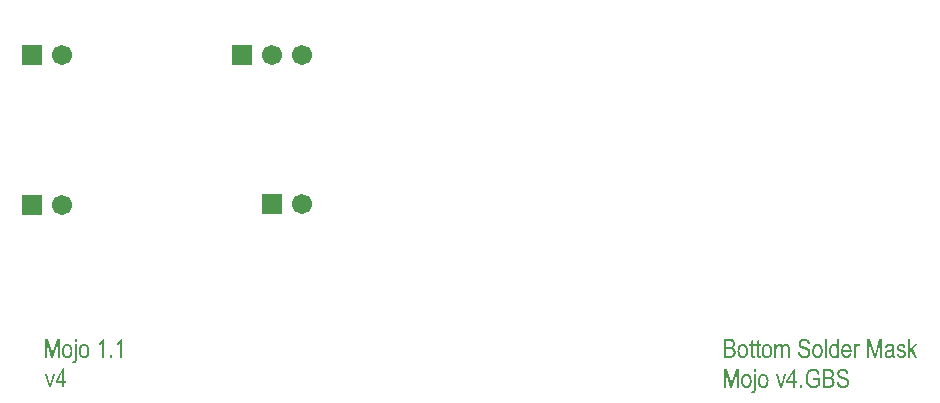
<source format=gbs>
G04*
G04 #@! TF.GenerationSoftware,Altium Limited,Altium Designer,24.5.2 (23)*
G04*
G04 Layer_Color=16711935*
%FSLAX25Y25*%
%MOIN*%
G70*
G04*
G04 #@! TF.SameCoordinates,14D8FD4F-CE48-4F7E-93F5-DD934605E96C*
G04*
G04*
G04 #@! TF.FilePolarity,Negative*
G04*
G01*
G75*
%ADD30C,0.06699*%
%ADD31R,0.06699X0.06699*%
%ADD32C,0.00400*%
G36*
X246110Y-30393D02*
X245477D01*
Y-29492D01*
X246110D01*
Y-30393D01*
D02*
G37*
G36*
X275193Y-29386D02*
X275244D01*
X275299Y-29395D01*
X275369Y-29400D01*
X275438Y-29409D01*
X275516Y-29423D01*
X275595Y-29437D01*
X275766Y-29478D01*
X275849Y-29506D01*
X275937Y-29534D01*
X276020Y-29571D01*
X276103Y-29612D01*
X276108Y-29617D01*
X276122Y-29622D01*
X276145Y-29635D01*
X276177Y-29654D01*
X276209Y-29677D01*
X276251Y-29705D01*
X276302Y-29742D01*
X276348Y-29779D01*
X276403Y-29825D01*
X276459Y-29871D01*
X276514Y-29926D01*
X276570Y-29987D01*
X276625Y-30047D01*
X276676Y-30116D01*
X276727Y-30190D01*
X276773Y-30268D01*
X276778Y-30273D01*
X276782Y-30287D01*
X276796Y-30310D01*
X276810Y-30342D01*
X276829Y-30384D01*
X276852Y-30435D01*
X276875Y-30490D01*
X276898Y-30550D01*
X276921Y-30624D01*
X276944Y-30698D01*
X276962Y-30781D01*
X276986Y-30869D01*
X276999Y-30961D01*
X277013Y-31058D01*
X277027Y-31160D01*
X277032Y-31266D01*
X276371Y-31326D01*
Y-31317D01*
X276366Y-31299D01*
X276362Y-31266D01*
X276357Y-31225D01*
X276348Y-31174D01*
X276339Y-31119D01*
X276320Y-31054D01*
X276306Y-30980D01*
X276256Y-30832D01*
X276228Y-30758D01*
X276191Y-30684D01*
X276154Y-30610D01*
X276108Y-30541D01*
X276057Y-30476D01*
X276002Y-30416D01*
X275997Y-30412D01*
X275988Y-30402D01*
X275969Y-30389D01*
X275941Y-30370D01*
X275914Y-30347D01*
X275872Y-30319D01*
X275826Y-30296D01*
X275775Y-30264D01*
X275715Y-30236D01*
X275650Y-30213D01*
X275576Y-30185D01*
X275498Y-30162D01*
X275410Y-30144D01*
X275322Y-30130D01*
X275221Y-30121D01*
X275119Y-30116D01*
X275064D01*
X275022Y-30121D01*
X274976Y-30125D01*
X274920Y-30130D01*
X274856Y-30139D01*
X274791Y-30148D01*
X274648Y-30181D01*
X274574Y-30199D01*
X274500Y-30227D01*
X274426Y-30259D01*
X274357Y-30292D01*
X274292Y-30333D01*
X274232Y-30379D01*
X274227Y-30384D01*
X274218Y-30393D01*
X274204Y-30407D01*
X274186Y-30426D01*
X274163Y-30453D01*
X274135Y-30481D01*
X274112Y-30518D01*
X274084Y-30559D01*
X274052Y-30606D01*
X274029Y-30656D01*
X273978Y-30772D01*
X273959Y-30837D01*
X273946Y-30906D01*
X273936Y-30975D01*
X273932Y-31054D01*
Y-31058D01*
Y-31072D01*
Y-31091D01*
X273936Y-31119D01*
Y-31151D01*
X273946Y-31188D01*
X273959Y-31271D01*
X273987Y-31368D01*
X274024Y-31465D01*
X274080Y-31562D01*
X274116Y-31604D01*
X274153Y-31645D01*
X274158D01*
X274163Y-31654D01*
X274181Y-31668D01*
X274200Y-31682D01*
X274227Y-31701D01*
X274264Y-31724D01*
X274311Y-31751D01*
X274361Y-31779D01*
X274426Y-31811D01*
X274495Y-31844D01*
X274578Y-31881D01*
X274671Y-31918D01*
X274777Y-31955D01*
X274893Y-31992D01*
X275022Y-32033D01*
X275161Y-32075D01*
X275170D01*
X275193Y-32084D01*
X275235Y-32093D01*
X275285Y-32112D01*
X275345Y-32126D01*
X275419Y-32149D01*
X275498Y-32172D01*
X275581Y-32199D01*
X275757Y-32255D01*
X275937Y-32315D01*
X276020Y-32347D01*
X276098Y-32380D01*
X276168Y-32407D01*
X276233Y-32440D01*
X276237Y-32444D01*
X276256Y-32449D01*
X276279Y-32463D01*
X276311Y-32486D01*
X276348Y-32509D01*
X276394Y-32537D01*
X276445Y-32574D01*
X276501Y-32611D01*
X276611Y-32703D01*
X276731Y-32814D01*
X276842Y-32939D01*
X276898Y-33003D01*
X276944Y-33077D01*
X276949Y-33082D01*
X276953Y-33096D01*
X276967Y-33119D01*
X276981Y-33147D01*
X276999Y-33184D01*
X277023Y-33230D01*
X277046Y-33281D01*
X277069Y-33341D01*
X277087Y-33405D01*
X277110Y-33479D01*
X277133Y-33558D01*
X277152Y-33636D01*
X277166Y-33724D01*
X277180Y-33816D01*
X277184Y-33914D01*
X277189Y-34015D01*
Y-34020D01*
Y-34038D01*
Y-34066D01*
X277184Y-34108D01*
X277180Y-34154D01*
X277175Y-34209D01*
X277166Y-34274D01*
X277156Y-34343D01*
X277143Y-34417D01*
X277129Y-34496D01*
X277083Y-34662D01*
X277055Y-34745D01*
X277018Y-34833D01*
X276981Y-34921D01*
X276935Y-35004D01*
X276930Y-35008D01*
X276921Y-35022D01*
X276907Y-35045D01*
X276888Y-35078D01*
X276861Y-35115D01*
X276833Y-35156D01*
X276796Y-35203D01*
X276755Y-35253D01*
X276704Y-35309D01*
X276653Y-35364D01*
X276597Y-35420D01*
X276537Y-35475D01*
X276468Y-35531D01*
X276399Y-35581D01*
X276320Y-35632D01*
X276242Y-35678D01*
X276237Y-35683D01*
X276223Y-35688D01*
X276196Y-35702D01*
X276163Y-35715D01*
X276122Y-35734D01*
X276071Y-35752D01*
X276015Y-35771D01*
X275946Y-35794D01*
X275877Y-35817D01*
X275794Y-35835D01*
X275710Y-35854D01*
X275618Y-35872D01*
X275516Y-35886D01*
X275415Y-35900D01*
X275304Y-35905D01*
X275193Y-35909D01*
X275151D01*
X275128Y-35905D01*
X275101D01*
X275036Y-35900D01*
X274953Y-35891D01*
X274860Y-35877D01*
X274754Y-35863D01*
X274643Y-35835D01*
X274523Y-35808D01*
X274398Y-35771D01*
X274269Y-35725D01*
X274140Y-35669D01*
X274015Y-35600D01*
X273890Y-35526D01*
X273770Y-35438D01*
X273659Y-35337D01*
X273655Y-35332D01*
X273636Y-35309D01*
X273608Y-35276D01*
X273571Y-35230D01*
X273525Y-35170D01*
X273479Y-35101D01*
X273428Y-35018D01*
X273373Y-34925D01*
X273317Y-34819D01*
X273266Y-34699D01*
X273216Y-34570D01*
X273174Y-34431D01*
X273132Y-34283D01*
X273105Y-34122D01*
X273082Y-33950D01*
X273072Y-33770D01*
X273719Y-33701D01*
Y-33706D01*
X273724Y-33724D01*
Y-33752D01*
X273728Y-33789D01*
X273738Y-33830D01*
X273747Y-33881D01*
X273756Y-33937D01*
X273765Y-33997D01*
X273798Y-34131D01*
X273839Y-34265D01*
X273890Y-34394D01*
X273918Y-34459D01*
X273950Y-34514D01*
Y-34519D01*
X273959Y-34528D01*
X273969Y-34542D01*
X273983Y-34560D01*
X274029Y-34616D01*
X274084Y-34681D01*
X274158Y-34754D01*
X274251Y-34833D01*
X274352Y-34912D01*
X274472Y-34981D01*
X274477D01*
X274486Y-34990D01*
X274505Y-34995D01*
X274532Y-35008D01*
X274565Y-35022D01*
X274602Y-35036D01*
X274648Y-35050D01*
X274699Y-35069D01*
X274749Y-35087D01*
X274810Y-35101D01*
X274939Y-35129D01*
X275082Y-35147D01*
X275239Y-35156D01*
X275299D01*
X275341Y-35152D01*
X275392Y-35147D01*
X275452Y-35142D01*
X275516Y-35133D01*
X275586Y-35119D01*
X275738Y-35082D01*
X275817Y-35059D01*
X275895Y-35032D01*
X275974Y-34999D01*
X276048Y-34958D01*
X276122Y-34912D01*
X276186Y-34861D01*
X276191Y-34856D01*
X276200Y-34847D01*
X276219Y-34828D01*
X276242Y-34805D01*
X276265Y-34778D01*
X276292Y-34740D01*
X276325Y-34699D01*
X276357Y-34653D01*
X276390Y-34597D01*
X276422Y-34537D01*
X276450Y-34477D01*
X276473Y-34408D01*
X276496Y-34334D01*
X276514Y-34255D01*
X276523Y-34172D01*
X276528Y-34084D01*
Y-34080D01*
Y-34071D01*
Y-34057D01*
Y-34038D01*
X276523Y-33988D01*
X276514Y-33918D01*
X276496Y-33844D01*
X276477Y-33761D01*
X276445Y-33678D01*
X276403Y-33599D01*
Y-33595D01*
X276399Y-33590D01*
X276380Y-33562D01*
X276353Y-33525D01*
X276311Y-33479D01*
X276256Y-33424D01*
X276191Y-33368D01*
X276117Y-33308D01*
X276029Y-33257D01*
X276025D01*
X276015Y-33253D01*
X276002Y-33244D01*
X275978Y-33234D01*
X275946Y-33221D01*
X275909Y-33202D01*
X275863Y-33184D01*
X275803Y-33160D01*
X275738Y-33133D01*
X275664Y-33105D01*
X275576Y-33073D01*
X275479Y-33040D01*
X275369Y-33003D01*
X275248Y-32967D01*
X275114Y-32925D01*
X274967Y-32879D01*
X274957Y-32874D01*
X274934Y-32869D01*
X274897Y-32856D01*
X274847Y-32842D01*
X274786Y-32823D01*
X274717Y-32800D01*
X274643Y-32772D01*
X274565Y-32745D01*
X274389Y-32675D01*
X274218Y-32601D01*
X274135Y-32564D01*
X274057Y-32528D01*
X273987Y-32486D01*
X273922Y-32444D01*
X273918Y-32440D01*
X273909Y-32435D01*
X273895Y-32421D01*
X273872Y-32403D01*
X273844Y-32384D01*
X273816Y-32357D01*
X273747Y-32292D01*
X273668Y-32209D01*
X273590Y-32116D01*
X273511Y-32006D01*
X273442Y-31885D01*
Y-31881D01*
X273433Y-31872D01*
X273428Y-31853D01*
X273414Y-31825D01*
X273400Y-31793D01*
X273387Y-31756D01*
X273373Y-31714D01*
X273359Y-31664D01*
X273340Y-31608D01*
X273326Y-31553D01*
X273299Y-31423D01*
X273280Y-31275D01*
X273271Y-31123D01*
Y-31114D01*
Y-31091D01*
X273276Y-31049D01*
X273280Y-30994D01*
X273285Y-30929D01*
X273299Y-30855D01*
X273313Y-30772D01*
X273331Y-30680D01*
X273359Y-30582D01*
X273391Y-30481D01*
X273428Y-30375D01*
X273479Y-30273D01*
X273534Y-30167D01*
X273599Y-30065D01*
X273673Y-29963D01*
X273761Y-29871D01*
X273765Y-29866D01*
X273784Y-29848D01*
X273812Y-29825D01*
X273853Y-29792D01*
X273899Y-29756D01*
X273959Y-29714D01*
X274033Y-29672D01*
X274112Y-29626D01*
X274204Y-29580D01*
X274306Y-29538D01*
X274412Y-29497D01*
X274532Y-29460D01*
X274662Y-29427D01*
X274796Y-29404D01*
X274943Y-29386D01*
X275096Y-29381D01*
X275151D01*
X275193Y-29386D01*
D02*
G37*
G36*
X265389D02*
X265436D01*
X265496Y-29391D01*
X265560Y-29400D01*
X265630Y-29409D01*
X265704Y-29418D01*
X265787Y-29432D01*
X265953Y-29469D01*
X266119Y-29525D01*
X266202Y-29557D01*
X266286Y-29594D01*
X266290Y-29599D01*
X266304Y-29603D01*
X266327Y-29617D01*
X266355Y-29631D01*
X266392Y-29654D01*
X266434Y-29682D01*
X266480Y-29714D01*
X266535Y-29746D01*
X266646Y-29834D01*
X266761Y-29936D01*
X266877Y-30056D01*
X266988Y-30195D01*
X266992Y-30199D01*
X267002Y-30213D01*
X267016Y-30236D01*
X267034Y-30264D01*
X267057Y-30305D01*
X267085Y-30351D01*
X267113Y-30407D01*
X267145Y-30472D01*
X267177Y-30541D01*
X267210Y-30619D01*
X267247Y-30707D01*
X267279Y-30804D01*
X267316Y-30906D01*
X267348Y-31012D01*
X267376Y-31128D01*
X267404Y-31252D01*
X266789Y-31460D01*
Y-31456D01*
X266785Y-31437D01*
X266775Y-31409D01*
X266766Y-31373D01*
X266757Y-31331D01*
X266738Y-31280D01*
X266724Y-31220D01*
X266701Y-31160D01*
X266660Y-31031D01*
X266604Y-30901D01*
X266544Y-30777D01*
X266512Y-30716D01*
X266475Y-30666D01*
Y-30661D01*
X266466Y-30652D01*
X266457Y-30638D01*
X266443Y-30624D01*
X266396Y-30573D01*
X266341Y-30513D01*
X266267Y-30449D01*
X266184Y-30379D01*
X266082Y-30310D01*
X265971Y-30250D01*
X265967D01*
X265958Y-30245D01*
X265939Y-30236D01*
X265916Y-30227D01*
X265888Y-30213D01*
X265851Y-30204D01*
X265814Y-30190D01*
X265768Y-30171D01*
X265667Y-30144D01*
X265546Y-30121D01*
X265417Y-30102D01*
X265279Y-30097D01*
X265223D01*
X265186Y-30102D01*
X265135Y-30107D01*
X265080Y-30111D01*
X265015Y-30121D01*
X264946Y-30130D01*
X264872Y-30148D01*
X264793Y-30167D01*
X264715Y-30185D01*
X264632Y-30213D01*
X264548Y-30245D01*
X264465Y-30282D01*
X264387Y-30324D01*
X264308Y-30375D01*
X264304Y-30379D01*
X264290Y-30389D01*
X264271Y-30402D01*
X264239Y-30426D01*
X264207Y-30453D01*
X264165Y-30490D01*
X264124Y-30532D01*
X264073Y-30582D01*
X264022Y-30638D01*
X263971Y-30703D01*
X263916Y-30772D01*
X263860Y-30846D01*
X263805Y-30934D01*
X263754Y-31021D01*
X263703Y-31119D01*
X263652Y-31225D01*
X263648Y-31229D01*
X263643Y-31252D01*
X263629Y-31285D01*
X263615Y-31326D01*
X263597Y-31382D01*
X263574Y-31451D01*
X263551Y-31530D01*
X263532Y-31617D01*
X263509Y-31714D01*
X263486Y-31821D01*
X263463Y-31936D01*
X263444Y-32061D01*
X263431Y-32190D01*
X263417Y-32333D01*
X263412Y-32477D01*
X263407Y-32629D01*
Y-32634D01*
Y-32643D01*
Y-32662D01*
Y-32685D01*
Y-32712D01*
X263412Y-32749D01*
Y-32791D01*
X263417Y-32837D01*
X263421Y-32888D01*
X263426Y-32943D01*
X263435Y-33064D01*
X263454Y-33198D01*
X263472Y-33341D01*
X263500Y-33493D01*
X263537Y-33650D01*
X263578Y-33807D01*
X263629Y-33964D01*
X263689Y-34117D01*
X263758Y-34265D01*
X263842Y-34403D01*
X263934Y-34528D01*
X263939Y-34533D01*
X263957Y-34556D01*
X263989Y-34588D01*
X264031Y-34625D01*
X264082Y-34676D01*
X264147Y-34727D01*
X264220Y-34782D01*
X264304Y-34842D01*
X264401Y-34902D01*
X264502Y-34958D01*
X264618Y-35008D01*
X264738Y-35059D01*
X264872Y-35096D01*
X265010Y-35129D01*
X265158Y-35147D01*
X265311Y-35156D01*
X265352D01*
X265380Y-35152D01*
X265417D01*
X265463Y-35147D01*
X265510Y-35142D01*
X265565Y-35133D01*
X265625Y-35124D01*
X265690Y-35110D01*
X265833Y-35078D01*
X265981Y-35032D01*
X266138Y-34967D01*
X266142Y-34962D01*
X266156Y-34958D01*
X266179Y-34948D01*
X266207Y-34930D01*
X266244Y-34912D01*
X266286Y-34893D01*
X266332Y-34865D01*
X266383Y-34838D01*
X266489Y-34768D01*
X266604Y-34690D01*
X266715Y-34602D01*
X266817Y-34505D01*
Y-33327D01*
X265297D01*
Y-32583D01*
X267487Y-32578D01*
Y-34925D01*
X267482Y-34930D01*
X267464Y-34948D01*
X267436Y-34971D01*
X267399Y-35004D01*
X267353Y-35045D01*
X267297Y-35092D01*
X267237Y-35147D01*
X267168Y-35203D01*
X267094Y-35258D01*
X267011Y-35323D01*
X266923Y-35383D01*
X266835Y-35443D01*
X266641Y-35563D01*
X266544Y-35614D01*
X266443Y-35664D01*
X266438Y-35669D01*
X266420Y-35674D01*
X266392Y-35688D01*
X266350Y-35702D01*
X266300Y-35720D01*
X266244Y-35743D01*
X266179Y-35766D01*
X266106Y-35785D01*
X266022Y-35808D01*
X265939Y-35831D01*
X265847Y-35854D01*
X265750Y-35872D01*
X265551Y-35900D01*
X265445Y-35905D01*
X265338Y-35909D01*
X265306D01*
X265265Y-35905D01*
X265209D01*
X265144Y-35895D01*
X265066Y-35891D01*
X264983Y-35877D01*
X264886Y-35863D01*
X264784Y-35840D01*
X264673Y-35817D01*
X264562Y-35785D01*
X264447Y-35748D01*
X264331Y-35706D01*
X264216Y-35655D01*
X264100Y-35595D01*
X263985Y-35531D01*
X263980Y-35526D01*
X263957Y-35512D01*
X263929Y-35489D01*
X263888Y-35461D01*
X263837Y-35420D01*
X263782Y-35373D01*
X263717Y-35313D01*
X263648Y-35249D01*
X263574Y-35175D01*
X263495Y-35096D01*
X263417Y-35004D01*
X263338Y-34907D01*
X263264Y-34796D01*
X263186Y-34681D01*
X263116Y-34560D01*
X263047Y-34426D01*
X263042Y-34417D01*
X263033Y-34394D01*
X263015Y-34352D01*
X262992Y-34297D01*
X262968Y-34228D01*
X262936Y-34140D01*
X262908Y-34043D01*
X262876Y-33932D01*
X262844Y-33812D01*
X262811Y-33678D01*
X262779Y-33535D01*
X262756Y-33382D01*
X262733Y-33221D01*
X262714Y-33045D01*
X262705Y-32865D01*
X262701Y-32680D01*
Y-32675D01*
Y-32666D01*
Y-32652D01*
Y-32634D01*
Y-32611D01*
X262705Y-32578D01*
Y-32546D01*
Y-32504D01*
X262710Y-32417D01*
X262719Y-32310D01*
X262728Y-32195D01*
X262742Y-32066D01*
X262761Y-31932D01*
X262784Y-31784D01*
X262811Y-31636D01*
X262848Y-31483D01*
X262885Y-31331D01*
X262931Y-31174D01*
X262987Y-31026D01*
X263047Y-30878D01*
X263052Y-30869D01*
X263061Y-30846D01*
X263084Y-30804D01*
X263112Y-30753D01*
X263144Y-30689D01*
X263186Y-30615D01*
X263236Y-30536D01*
X263292Y-30449D01*
X263352Y-30356D01*
X263421Y-30264D01*
X263495Y-30171D01*
X263578Y-30079D01*
X263666Y-29987D01*
X263758Y-29899D01*
X263856Y-29820D01*
X263957Y-29746D01*
X263962Y-29742D01*
X263985Y-29732D01*
X264013Y-29714D01*
X264059Y-29691D01*
X264110Y-29663D01*
X264174Y-29631D01*
X264253Y-29599D01*
X264336Y-29561D01*
X264428Y-29529D01*
X264530Y-29497D01*
X264641Y-29465D01*
X264756Y-29437D01*
X264881Y-29414D01*
X265015Y-29395D01*
X265149Y-29386D01*
X265292Y-29381D01*
X265348D01*
X265389Y-29386D01*
D02*
G37*
G36*
X254759Y-35803D02*
X254163D01*
X252740Y-31234D01*
X253414D01*
X254218Y-33969D01*
Y-33974D01*
X254223Y-33988D01*
X254232Y-34015D01*
X254241Y-34048D01*
X254255Y-34089D01*
X254269Y-34140D01*
X254283Y-34195D01*
X254301Y-34260D01*
X254320Y-34325D01*
X254338Y-34399D01*
X254380Y-34556D01*
X254417Y-34718D01*
X254458Y-34888D01*
Y-34884D01*
X254463Y-34870D01*
X254468Y-34851D01*
X254472Y-34824D01*
X254482Y-34791D01*
X254491Y-34750D01*
X254505Y-34699D01*
X254519Y-34644D01*
X254532Y-34584D01*
X254551Y-34519D01*
X254569Y-34449D01*
X254592Y-34371D01*
X254615Y-34292D01*
X254639Y-34205D01*
X254689Y-34025D01*
X255530Y-31234D01*
X256182D01*
X254759Y-35803D01*
D02*
G37*
G36*
X240451D02*
X239790D01*
Y-30523D01*
X238284Y-35803D01*
X237665D01*
X236173Y-30435D01*
Y-35803D01*
X235512D01*
Y-29492D01*
X236542D01*
X237766Y-33964D01*
X238011Y-34898D01*
Y-34893D01*
X238016Y-34879D01*
X238020Y-34861D01*
X238030Y-34833D01*
X238039Y-34796D01*
X238048Y-34750D01*
X238067Y-34699D01*
X238081Y-34639D01*
X238099Y-34570D01*
X238118Y-34496D01*
X238141Y-34413D01*
X238168Y-34325D01*
X238196Y-34223D01*
X238224Y-34117D01*
X238256Y-34006D01*
X238288Y-33886D01*
X239527Y-29492D01*
X240451D01*
Y-35803D01*
D02*
G37*
G36*
X270495Y-29497D02*
X270545D01*
X270601Y-29502D01*
X270665Y-29506D01*
X270735Y-29515D01*
X270887Y-29538D01*
X271040Y-29571D01*
X271192Y-29617D01*
X271266Y-29645D01*
X271331Y-29677D01*
X271335D01*
X271344Y-29686D01*
X271363Y-29695D01*
X271386Y-29714D01*
X271418Y-29732D01*
X271451Y-29756D01*
X271529Y-29816D01*
X271622Y-29899D01*
X271668Y-29945D01*
X271714Y-29996D01*
X271760Y-30051D01*
X271807Y-30116D01*
X271853Y-30181D01*
X271894Y-30250D01*
X271899Y-30255D01*
X271903Y-30268D01*
X271913Y-30287D01*
X271931Y-30319D01*
X271945Y-30356D01*
X271964Y-30398D01*
X271987Y-30449D01*
X272005Y-30504D01*
X272028Y-30564D01*
X272047Y-30629D01*
X272084Y-30772D01*
X272107Y-30934D01*
X272112Y-31017D01*
X272116Y-31105D01*
Y-31109D01*
Y-31123D01*
Y-31146D01*
X272112Y-31179D01*
Y-31216D01*
X272107Y-31262D01*
X272102Y-31313D01*
X272093Y-31363D01*
X272070Y-31488D01*
X272038Y-31617D01*
X271991Y-31756D01*
X271927Y-31890D01*
Y-31895D01*
X271917Y-31904D01*
X271908Y-31922D01*
X271890Y-31945D01*
X271871Y-31978D01*
X271848Y-32010D01*
X271788Y-32089D01*
X271714Y-32176D01*
X271622Y-32274D01*
X271515Y-32366D01*
X271391Y-32449D01*
X271395D01*
X271409Y-32458D01*
X271432Y-32467D01*
X271465Y-32481D01*
X271502Y-32500D01*
X271548Y-32523D01*
X271599Y-32546D01*
X271649Y-32578D01*
X271705Y-32615D01*
X271765Y-32657D01*
X271820Y-32703D01*
X271881Y-32754D01*
X271940Y-32809D01*
X271996Y-32869D01*
X272051Y-32934D01*
X272102Y-33008D01*
X272107Y-33013D01*
X272112Y-33026D01*
X272125Y-33050D01*
X272144Y-33077D01*
X272162Y-33114D01*
X272185Y-33160D01*
X272208Y-33216D01*
X272236Y-33276D01*
X272259Y-33345D01*
X272282Y-33419D01*
X272305Y-33498D01*
X272324Y-33581D01*
X272342Y-33673D01*
X272356Y-33770D01*
X272361Y-33872D01*
X272365Y-33978D01*
Y-33983D01*
Y-34001D01*
Y-34034D01*
X272361Y-34075D01*
X272356Y-34126D01*
X272352Y-34181D01*
X272347Y-34246D01*
X272338Y-34320D01*
X272324Y-34394D01*
X272310Y-34477D01*
X272269Y-34644D01*
X272241Y-34731D01*
X272208Y-34819D01*
X272171Y-34902D01*
X272130Y-34985D01*
X272125Y-34990D01*
X272121Y-35004D01*
X272107Y-35027D01*
X272088Y-35055D01*
X272065Y-35092D01*
X272033Y-35133D01*
X272001Y-35175D01*
X271964Y-35226D01*
X271871Y-35327D01*
X271765Y-35429D01*
X271640Y-35526D01*
X271575Y-35572D01*
X271502Y-35609D01*
X271497D01*
X271483Y-35618D01*
X271460Y-35628D01*
X271432Y-35641D01*
X271391Y-35655D01*
X271344Y-35669D01*
X271285Y-35688D01*
X271224Y-35706D01*
X271150Y-35725D01*
X271067Y-35743D01*
X270980Y-35757D01*
X270887Y-35771D01*
X270781Y-35785D01*
X270670Y-35794D01*
X270554Y-35798D01*
X270430Y-35803D01*
X268462D01*
Y-29492D01*
X270453D01*
X270495Y-29497D01*
D02*
G37*
G36*
X261680Y-35803D02*
X260954D01*
Y-34921D01*
X261680D01*
Y-35803D01*
D02*
G37*
G36*
X259231Y-33581D02*
X259933D01*
Y-34292D01*
X259231D01*
Y-35803D01*
X258593D01*
Y-34292D01*
X256353D01*
Y-33581D01*
X258709Y-29492D01*
X259231D01*
Y-33581D01*
D02*
G37*
G36*
X248679Y-31137D02*
X248730Y-31142D01*
X248794Y-31151D01*
X248868Y-31165D01*
X248951Y-31183D01*
X249044Y-31206D01*
X249141Y-31239D01*
X249238Y-31280D01*
X249344Y-31331D01*
X249450Y-31386D01*
X249557Y-31456D01*
X249658Y-31539D01*
X249760Y-31631D01*
X249857Y-31738D01*
X249862Y-31742D01*
X249880Y-31765D01*
X249903Y-31802D01*
X249935Y-31848D01*
X249972Y-31913D01*
X250019Y-31987D01*
X250060Y-32075D01*
X250111Y-32181D01*
X250157Y-32297D01*
X250203Y-32426D01*
X250245Y-32569D01*
X250282Y-32722D01*
X250314Y-32893D01*
X250337Y-33073D01*
X250356Y-33267D01*
X250360Y-33475D01*
Y-33479D01*
Y-33489D01*
Y-33507D01*
Y-33530D01*
Y-33558D01*
X250356Y-33590D01*
Y-33632D01*
X250351Y-33678D01*
X250347Y-33780D01*
X250333Y-33895D01*
X250319Y-34025D01*
X250300Y-34168D01*
X250273Y-34315D01*
X250240Y-34463D01*
X250199Y-34616D01*
X250148Y-34768D01*
X250093Y-34916D01*
X250028Y-35059D01*
X249949Y-35189D01*
X249862Y-35309D01*
X249857Y-35313D01*
X249838Y-35337D01*
X249811Y-35364D01*
X249774Y-35401D01*
X249723Y-35447D01*
X249663Y-35498D01*
X249598Y-35554D01*
X249520Y-35609D01*
X249432Y-35665D01*
X249340Y-35720D01*
X249233Y-35771D01*
X249122Y-35817D01*
X249002Y-35854D01*
X248878Y-35882D01*
X248744Y-35905D01*
X248605Y-35909D01*
X248573D01*
X248531Y-35905D01*
X248480Y-35900D01*
X248415Y-35891D01*
X248342Y-35877D01*
X248258Y-35859D01*
X248166Y-35835D01*
X248069Y-35803D01*
X247967Y-35762D01*
X247861Y-35715D01*
X247759Y-35655D01*
X247653Y-35586D01*
X247547Y-35508D01*
X247445Y-35415D01*
X247348Y-35309D01*
X247344Y-35300D01*
X247325Y-35281D01*
X247302Y-35244D01*
X247270Y-35193D01*
X247233Y-35133D01*
X247191Y-35055D01*
X247145Y-34962D01*
X247099Y-34856D01*
X247053Y-34741D01*
X247006Y-34607D01*
X246965Y-34459D01*
X246928Y-34297D01*
X246896Y-34126D01*
X246872Y-33937D01*
X246854Y-33738D01*
X246849Y-33521D01*
Y-33516D01*
Y-33507D01*
Y-33493D01*
Y-33470D01*
Y-33442D01*
X246854Y-33405D01*
Y-33368D01*
X246859Y-33327D01*
X246863Y-33230D01*
X246877Y-33114D01*
X246891Y-32990D01*
X246909Y-32856D01*
X246937Y-32712D01*
X246969Y-32564D01*
X247011Y-32417D01*
X247057Y-32269D01*
X247113Y-32126D01*
X247182Y-31987D01*
X247256Y-31858D01*
X247344Y-31738D01*
X247348Y-31728D01*
X247367Y-31710D01*
X247394Y-31682D01*
X247431Y-31640D01*
X247482Y-31599D01*
X247542Y-31548D01*
X247612Y-31493D01*
X247690Y-31433D01*
X247773Y-31377D01*
X247870Y-31322D01*
X247977Y-31271D01*
X248087Y-31225D01*
X248208Y-31188D01*
X248332Y-31160D01*
X248466Y-31137D01*
X248605Y-31132D01*
X248637D01*
X248679Y-31137D01*
D02*
G37*
G36*
X243052D02*
X243103Y-31142D01*
X243167Y-31151D01*
X243241Y-31165D01*
X243324Y-31183D01*
X243417Y-31206D01*
X243514Y-31239D01*
X243611Y-31280D01*
X243717Y-31331D01*
X243823Y-31386D01*
X243929Y-31456D01*
X244031Y-31539D01*
X244133Y-31631D01*
X244230Y-31738D01*
X244234Y-31742D01*
X244253Y-31765D01*
X244276Y-31802D01*
X244308Y-31848D01*
X244345Y-31913D01*
X244391Y-31987D01*
X244433Y-32075D01*
X244484Y-32181D01*
X244530Y-32297D01*
X244576Y-32426D01*
X244618Y-32569D01*
X244655Y-32722D01*
X244687Y-32893D01*
X244710Y-33073D01*
X244729Y-33267D01*
X244733Y-33475D01*
Y-33479D01*
Y-33489D01*
Y-33507D01*
Y-33530D01*
Y-33558D01*
X244729Y-33590D01*
Y-33632D01*
X244724Y-33678D01*
X244720Y-33780D01*
X244706Y-33895D01*
X244692Y-34025D01*
X244673Y-34168D01*
X244646Y-34315D01*
X244613Y-34463D01*
X244572Y-34616D01*
X244521Y-34768D01*
X244465Y-34916D01*
X244401Y-35059D01*
X244322Y-35189D01*
X244234Y-35309D01*
X244230Y-35313D01*
X244211Y-35337D01*
X244184Y-35364D01*
X244147Y-35401D01*
X244096Y-35447D01*
X244036Y-35498D01*
X243971Y-35554D01*
X243893Y-35609D01*
X243805Y-35665D01*
X243712Y-35720D01*
X243606Y-35771D01*
X243495Y-35817D01*
X243375Y-35854D01*
X243250Y-35882D01*
X243116Y-35905D01*
X242978Y-35909D01*
X242945D01*
X242904Y-35905D01*
X242853Y-35900D01*
X242788Y-35891D01*
X242714Y-35877D01*
X242631Y-35859D01*
X242539Y-35835D01*
X242442Y-35803D01*
X242340Y-35762D01*
X242234Y-35715D01*
X242132Y-35655D01*
X242026Y-35586D01*
X241920Y-35508D01*
X241818Y-35415D01*
X241721Y-35309D01*
X241717Y-35300D01*
X241698Y-35281D01*
X241675Y-35244D01*
X241642Y-35193D01*
X241606Y-35133D01*
X241564Y-35055D01*
X241518Y-34962D01*
X241472Y-34856D01*
X241425Y-34741D01*
X241379Y-34607D01*
X241338Y-34459D01*
X241301Y-34297D01*
X241268Y-34126D01*
X241245Y-33937D01*
X241227Y-33738D01*
X241222Y-33521D01*
Y-33516D01*
Y-33507D01*
Y-33493D01*
Y-33470D01*
Y-33442D01*
X241227Y-33405D01*
Y-33368D01*
X241231Y-33327D01*
X241236Y-33230D01*
X241250Y-33114D01*
X241264Y-32990D01*
X241282Y-32856D01*
X241310Y-32712D01*
X241342Y-32564D01*
X241384Y-32417D01*
X241430Y-32269D01*
X241486Y-32126D01*
X241555Y-31987D01*
X241629Y-31858D01*
X241717Y-31738D01*
X241721Y-31728D01*
X241740Y-31710D01*
X241767Y-31682D01*
X241804Y-31640D01*
X241855Y-31599D01*
X241915Y-31548D01*
X241984Y-31493D01*
X242063Y-31433D01*
X242146Y-31377D01*
X242243Y-31322D01*
X242349Y-31271D01*
X242460Y-31225D01*
X242580Y-31188D01*
X242705Y-31160D01*
X242839Y-31137D01*
X242978Y-31132D01*
X243010D01*
X243052Y-31137D01*
D02*
G37*
G36*
X246110Y-36048D02*
Y-36053D01*
Y-36057D01*
Y-36071D01*
Y-36090D01*
Y-36136D01*
X246106Y-36200D01*
X246101Y-36274D01*
X246096Y-36362D01*
X246092Y-36455D01*
X246082Y-36556D01*
X246050Y-36769D01*
X246032Y-36875D01*
X246008Y-36977D01*
X245981Y-37074D01*
X245948Y-37166D01*
X245911Y-37249D01*
X245870Y-37319D01*
X245865Y-37323D01*
X245861Y-37332D01*
X245847Y-37351D01*
X245824Y-37369D01*
X245801Y-37397D01*
X245768Y-37425D01*
X245736Y-37457D01*
X245694Y-37485D01*
X245648Y-37517D01*
X245593Y-37549D01*
X245537Y-37577D01*
X245473Y-37605D01*
X245408Y-37623D01*
X245334Y-37642D01*
X245255Y-37651D01*
X245172Y-37656D01*
X245131D01*
X245080Y-37651D01*
X245015Y-37646D01*
X244937Y-37637D01*
X244853Y-37619D01*
X244766Y-37600D01*
X244673Y-37573D01*
X244793Y-36912D01*
X244803Y-36917D01*
X244826Y-36921D01*
X244858Y-36930D01*
X244900Y-36944D01*
X244951Y-36958D01*
X244997Y-36967D01*
X245047Y-36972D01*
X245089Y-36977D01*
X245098D01*
X245121Y-36972D01*
X245158Y-36967D01*
X245200Y-36958D01*
X245246Y-36935D01*
X245297Y-36907D01*
X245343Y-36870D01*
X245380Y-36815D01*
X245385Y-36806D01*
X245389Y-36796D01*
X245394Y-36783D01*
X245403Y-36759D01*
X245412Y-36732D01*
X245422Y-36699D01*
X245431Y-36658D01*
X245436Y-36612D01*
X245445Y-36556D01*
X245454Y-36492D01*
X245463Y-36418D01*
X245468Y-36339D01*
X245473Y-36247D01*
X245477Y-36145D01*
Y-36034D01*
Y-31234D01*
X246110D01*
Y-36048D01*
D02*
G37*
G36*
X262331Y-19386D02*
X262382D01*
X262437Y-19395D01*
X262507Y-19400D01*
X262576Y-19409D01*
X262654Y-19423D01*
X262733Y-19437D01*
X262904Y-19478D01*
X262987Y-19506D01*
X263075Y-19534D01*
X263158Y-19571D01*
X263241Y-19612D01*
X263246Y-19617D01*
X263260Y-19622D01*
X263283Y-19636D01*
X263315Y-19654D01*
X263347Y-19677D01*
X263389Y-19705D01*
X263440Y-19742D01*
X263486Y-19779D01*
X263541Y-19825D01*
X263597Y-19871D01*
X263652Y-19927D01*
X263708Y-19987D01*
X263763Y-20047D01*
X263814Y-20116D01*
X263865Y-20190D01*
X263911Y-20268D01*
X263916Y-20273D01*
X263920Y-20287D01*
X263934Y-20310D01*
X263948Y-20342D01*
X263966Y-20384D01*
X263989Y-20435D01*
X264013Y-20490D01*
X264036Y-20550D01*
X264059Y-20624D01*
X264082Y-20698D01*
X264100Y-20781D01*
X264124Y-20869D01*
X264137Y-20961D01*
X264151Y-21058D01*
X264165Y-21160D01*
X264170Y-21266D01*
X263509Y-21326D01*
Y-21317D01*
X263504Y-21299D01*
X263500Y-21266D01*
X263495Y-21225D01*
X263486Y-21174D01*
X263477Y-21118D01*
X263458Y-21054D01*
X263444Y-20980D01*
X263393Y-20832D01*
X263366Y-20758D01*
X263329Y-20684D01*
X263292Y-20610D01*
X263246Y-20541D01*
X263195Y-20476D01*
X263139Y-20416D01*
X263135Y-20412D01*
X263126Y-20402D01*
X263107Y-20389D01*
X263079Y-20370D01*
X263052Y-20347D01*
X263010Y-20319D01*
X262964Y-20296D01*
X262913Y-20264D01*
X262853Y-20236D01*
X262788Y-20213D01*
X262714Y-20185D01*
X262636Y-20162D01*
X262548Y-20144D01*
X262460Y-20130D01*
X262359Y-20121D01*
X262257Y-20116D01*
X262201D01*
X262160Y-20121D01*
X262114Y-20125D01*
X262058Y-20130D01*
X261994Y-20139D01*
X261929Y-20148D01*
X261786Y-20181D01*
X261712Y-20199D01*
X261638Y-20227D01*
X261564Y-20259D01*
X261495Y-20291D01*
X261430Y-20333D01*
X261370Y-20379D01*
X261365Y-20384D01*
X261356Y-20393D01*
X261342Y-20407D01*
X261324Y-20425D01*
X261301Y-20453D01*
X261273Y-20481D01*
X261250Y-20518D01*
X261222Y-20560D01*
X261190Y-20606D01*
X261167Y-20656D01*
X261116Y-20772D01*
X261097Y-20837D01*
X261084Y-20906D01*
X261074Y-20975D01*
X261070Y-21054D01*
Y-21058D01*
Y-21072D01*
Y-21091D01*
X261074Y-21118D01*
Y-21151D01*
X261084Y-21188D01*
X261097Y-21271D01*
X261125Y-21368D01*
X261162Y-21465D01*
X261217Y-21562D01*
X261254Y-21604D01*
X261291Y-21645D01*
X261296D01*
X261301Y-21654D01*
X261319Y-21668D01*
X261338Y-21682D01*
X261365Y-21701D01*
X261402Y-21724D01*
X261449Y-21751D01*
X261499Y-21779D01*
X261564Y-21812D01*
X261633Y-21844D01*
X261716Y-21881D01*
X261809Y-21918D01*
X261915Y-21955D01*
X262031Y-21992D01*
X262160Y-22033D01*
X262299Y-22075D01*
X262308D01*
X262331Y-22084D01*
X262372Y-22093D01*
X262423Y-22112D01*
X262483Y-22126D01*
X262557Y-22149D01*
X262636Y-22172D01*
X262719Y-22199D01*
X262895Y-22255D01*
X263075Y-22315D01*
X263158Y-22347D01*
X263236Y-22380D01*
X263306Y-22408D01*
X263370Y-22440D01*
X263375Y-22444D01*
X263393Y-22449D01*
X263417Y-22463D01*
X263449Y-22486D01*
X263486Y-22509D01*
X263532Y-22537D01*
X263583Y-22574D01*
X263638Y-22611D01*
X263749Y-22703D01*
X263869Y-22814D01*
X263980Y-22939D01*
X264036Y-23003D01*
X264082Y-23077D01*
X264087Y-23082D01*
X264091Y-23096D01*
X264105Y-23119D01*
X264119Y-23147D01*
X264137Y-23184D01*
X264160Y-23230D01*
X264183Y-23281D01*
X264207Y-23341D01*
X264225Y-23405D01*
X264248Y-23479D01*
X264271Y-23558D01*
X264290Y-23636D01*
X264304Y-23724D01*
X264317Y-23817D01*
X264322Y-23914D01*
X264327Y-24015D01*
Y-24020D01*
Y-24038D01*
Y-24066D01*
X264322Y-24108D01*
X264317Y-24154D01*
X264313Y-24209D01*
X264304Y-24274D01*
X264294Y-24343D01*
X264281Y-24417D01*
X264267Y-24496D01*
X264220Y-24662D01*
X264193Y-24745D01*
X264156Y-24833D01*
X264119Y-24921D01*
X264073Y-25004D01*
X264068Y-25008D01*
X264059Y-25022D01*
X264045Y-25045D01*
X264026Y-25078D01*
X263999Y-25115D01*
X263971Y-25156D01*
X263934Y-25203D01*
X263893Y-25253D01*
X263842Y-25309D01*
X263791Y-25364D01*
X263735Y-25420D01*
X263675Y-25475D01*
X263606Y-25531D01*
X263537Y-25581D01*
X263458Y-25632D01*
X263380Y-25678D01*
X263375Y-25683D01*
X263361Y-25688D01*
X263333Y-25701D01*
X263301Y-25715D01*
X263260Y-25734D01*
X263209Y-25752D01*
X263153Y-25771D01*
X263084Y-25794D01*
X263015Y-25817D01*
X262931Y-25835D01*
X262848Y-25854D01*
X262756Y-25872D01*
X262654Y-25886D01*
X262553Y-25900D01*
X262442Y-25905D01*
X262331Y-25909D01*
X262289D01*
X262266Y-25905D01*
X262239D01*
X262174Y-25900D01*
X262091Y-25891D01*
X261998Y-25877D01*
X261892Y-25863D01*
X261781Y-25835D01*
X261661Y-25808D01*
X261536Y-25771D01*
X261407Y-25725D01*
X261278Y-25669D01*
X261153Y-25600D01*
X261028Y-25526D01*
X260908Y-25438D01*
X260797Y-25337D01*
X260792Y-25332D01*
X260774Y-25309D01*
X260746Y-25276D01*
X260709Y-25230D01*
X260663Y-25170D01*
X260617Y-25101D01*
X260566Y-25018D01*
X260511Y-24925D01*
X260455Y-24819D01*
X260404Y-24699D01*
X260353Y-24570D01*
X260312Y-24431D01*
X260270Y-24283D01*
X260243Y-24122D01*
X260220Y-23950D01*
X260210Y-23770D01*
X260857Y-23701D01*
Y-23706D01*
X260862Y-23724D01*
Y-23752D01*
X260866Y-23789D01*
X260876Y-23830D01*
X260885Y-23881D01*
X260894Y-23937D01*
X260903Y-23997D01*
X260936Y-24131D01*
X260977Y-24265D01*
X261028Y-24394D01*
X261056Y-24459D01*
X261088Y-24514D01*
Y-24519D01*
X261097Y-24528D01*
X261107Y-24542D01*
X261121Y-24560D01*
X261167Y-24616D01*
X261222Y-24680D01*
X261296Y-24754D01*
X261388Y-24833D01*
X261490Y-24912D01*
X261610Y-24981D01*
X261615D01*
X261624Y-24990D01*
X261643Y-24995D01*
X261670Y-25008D01*
X261703Y-25022D01*
X261740Y-25036D01*
X261786Y-25050D01*
X261837Y-25069D01*
X261887Y-25087D01*
X261947Y-25101D01*
X262077Y-25129D01*
X262220Y-25147D01*
X262377Y-25156D01*
X262437D01*
X262479Y-25152D01*
X262530Y-25147D01*
X262590Y-25142D01*
X262654Y-25133D01*
X262724Y-25119D01*
X262876Y-25082D01*
X262955Y-25059D01*
X263033Y-25032D01*
X263112Y-24999D01*
X263186Y-24958D01*
X263260Y-24912D01*
X263324Y-24861D01*
X263329Y-24856D01*
X263338Y-24847D01*
X263357Y-24828D01*
X263380Y-24805D01*
X263403Y-24778D01*
X263431Y-24740D01*
X263463Y-24699D01*
X263495Y-24653D01*
X263527Y-24597D01*
X263560Y-24537D01*
X263588Y-24477D01*
X263611Y-24408D01*
X263634Y-24334D01*
X263652Y-24255D01*
X263662Y-24172D01*
X263666Y-24084D01*
Y-24080D01*
Y-24071D01*
Y-24057D01*
Y-24038D01*
X263662Y-23988D01*
X263652Y-23918D01*
X263634Y-23844D01*
X263615Y-23761D01*
X263583Y-23678D01*
X263541Y-23599D01*
Y-23595D01*
X263537Y-23590D01*
X263518Y-23562D01*
X263491Y-23526D01*
X263449Y-23479D01*
X263393Y-23424D01*
X263329Y-23368D01*
X263255Y-23308D01*
X263167Y-23257D01*
X263162D01*
X263153Y-23253D01*
X263139Y-23244D01*
X263116Y-23234D01*
X263084Y-23221D01*
X263047Y-23202D01*
X263001Y-23184D01*
X262941Y-23160D01*
X262876Y-23133D01*
X262802Y-23105D01*
X262714Y-23073D01*
X262617Y-23040D01*
X262507Y-23003D01*
X262386Y-22966D01*
X262252Y-22925D01*
X262105Y-22879D01*
X262095Y-22874D01*
X262072Y-22870D01*
X262035Y-22856D01*
X261984Y-22842D01*
X261924Y-22823D01*
X261855Y-22800D01*
X261781Y-22772D01*
X261703Y-22745D01*
X261527Y-22675D01*
X261356Y-22602D01*
X261273Y-22565D01*
X261194Y-22528D01*
X261125Y-22486D01*
X261060Y-22444D01*
X261056Y-22440D01*
X261047Y-22435D01*
X261033Y-22421D01*
X261010Y-22403D01*
X260982Y-22384D01*
X260954Y-22357D01*
X260885Y-22292D01*
X260806Y-22209D01*
X260728Y-22116D01*
X260649Y-22005D01*
X260580Y-21885D01*
Y-21881D01*
X260571Y-21871D01*
X260566Y-21853D01*
X260552Y-21825D01*
X260538Y-21793D01*
X260525Y-21756D01*
X260511Y-21714D01*
X260497Y-21664D01*
X260478Y-21608D01*
X260464Y-21553D01*
X260437Y-21423D01*
X260418Y-21276D01*
X260409Y-21123D01*
Y-21114D01*
Y-21091D01*
X260414Y-21049D01*
X260418Y-20994D01*
X260423Y-20929D01*
X260437Y-20855D01*
X260451Y-20772D01*
X260469Y-20680D01*
X260497Y-20583D01*
X260529Y-20481D01*
X260566Y-20375D01*
X260617Y-20273D01*
X260672Y-20167D01*
X260737Y-20065D01*
X260811Y-19963D01*
X260899Y-19871D01*
X260903Y-19866D01*
X260922Y-19848D01*
X260949Y-19825D01*
X260991Y-19793D01*
X261037Y-19756D01*
X261097Y-19714D01*
X261171Y-19672D01*
X261250Y-19626D01*
X261342Y-19580D01*
X261444Y-19538D01*
X261550Y-19497D01*
X261670Y-19460D01*
X261800Y-19428D01*
X261934Y-19404D01*
X262081Y-19386D01*
X262234Y-19381D01*
X262289D01*
X262331Y-19386D01*
D02*
G37*
G36*
X273816Y-25803D02*
X273220D01*
Y-25235D01*
X273211Y-25244D01*
X273202Y-25263D01*
X273188Y-25286D01*
X273169Y-25313D01*
X273151Y-25346D01*
X273100Y-25420D01*
X273035Y-25498D01*
X272957Y-25586D01*
X272869Y-25664D01*
X272772Y-25738D01*
X272767D01*
X272758Y-25748D01*
X272744Y-25752D01*
X272726Y-25766D01*
X272703Y-25780D01*
X272671Y-25794D01*
X272601Y-25822D01*
X272513Y-25854D01*
X272412Y-25882D01*
X272305Y-25900D01*
X272190Y-25909D01*
X272162D01*
X272125Y-25905D01*
X272079Y-25900D01*
X272024Y-25891D01*
X271954Y-25877D01*
X271881Y-25859D01*
X271797Y-25831D01*
X271714Y-25798D01*
X271622Y-25757D01*
X271525Y-25706D01*
X271428Y-25646D01*
X271331Y-25577D01*
X271234Y-25494D01*
X271137Y-25397D01*
X271044Y-25286D01*
X271040Y-25276D01*
X271026Y-25258D01*
X270998Y-25221D01*
X270970Y-25170D01*
X270933Y-25106D01*
X270892Y-25027D01*
X270850Y-24935D01*
X270804Y-24828D01*
X270758Y-24713D01*
X270716Y-24579D01*
X270675Y-24436D01*
X270638Y-24274D01*
X270610Y-24108D01*
X270587Y-23923D01*
X270568Y-23729D01*
X270564Y-23521D01*
Y-23512D01*
Y-23489D01*
Y-23447D01*
X270568Y-23392D01*
Y-23322D01*
X270573Y-23248D01*
X270582Y-23160D01*
X270591Y-23064D01*
X270601Y-22962D01*
X270615Y-22860D01*
X270652Y-22638D01*
X270707Y-22417D01*
X270739Y-22306D01*
X270776Y-22204D01*
X270781Y-22199D01*
X270785Y-22181D01*
X270799Y-22153D01*
X270813Y-22116D01*
X270836Y-22070D01*
X270864Y-22019D01*
X270892Y-21959D01*
X270929Y-21899D01*
X271012Y-21765D01*
X271109Y-21631D01*
X271220Y-21507D01*
X271285Y-21447D01*
X271349Y-21396D01*
X271354Y-21391D01*
X271368Y-21386D01*
X271386Y-21373D01*
X271414Y-21354D01*
X271446Y-21336D01*
X271488Y-21313D01*
X271534Y-21289D01*
X271585Y-21262D01*
X271640Y-21239D01*
X271700Y-21215D01*
X271839Y-21174D01*
X271908Y-21155D01*
X271987Y-21142D01*
X272065Y-21137D01*
X272144Y-21132D01*
X272176D01*
X272199Y-21137D01*
X272227D01*
X272259Y-21142D01*
X272333Y-21151D01*
X272426Y-21174D01*
X272523Y-21202D01*
X272624Y-21243D01*
X272726Y-21299D01*
X272730D01*
X272740Y-21308D01*
X272754Y-21317D01*
X272772Y-21331D01*
X272818Y-21368D01*
X272883Y-21419D01*
X272952Y-21483D01*
X273026Y-21567D01*
X273105Y-21659D01*
X273174Y-21765D01*
Y-19492D01*
X273816D01*
Y-25803D01*
D02*
G37*
G36*
X256334Y-21137D02*
X256380Y-21142D01*
X256436Y-21151D01*
X256491Y-21165D01*
X256556Y-21179D01*
X256621Y-21197D01*
X256690Y-21220D01*
X256764Y-21252D01*
X256833Y-21289D01*
X256902Y-21331D01*
X256972Y-21382D01*
X257036Y-21437D01*
X257097Y-21502D01*
X257101Y-21507D01*
X257110Y-21520D01*
X257124Y-21539D01*
X257147Y-21571D01*
X257170Y-21613D01*
X257198Y-21659D01*
X257226Y-21719D01*
X257254Y-21784D01*
X257281Y-21862D01*
X257314Y-21945D01*
X257337Y-22042D01*
X257360Y-22149D01*
X257383Y-22264D01*
X257397Y-22389D01*
X257406Y-22523D01*
X257411Y-22671D01*
Y-25803D01*
X256778D01*
Y-22925D01*
Y-22920D01*
Y-22902D01*
Y-22879D01*
Y-22846D01*
Y-22805D01*
X256773Y-22759D01*
Y-22708D01*
X256768Y-22652D01*
X256759Y-22541D01*
X256745Y-22426D01*
X256727Y-22320D01*
X256718Y-22274D01*
X256704Y-22232D01*
Y-22227D01*
X256699Y-22223D01*
X256690Y-22199D01*
X256671Y-22158D01*
X256648Y-22112D01*
X256616Y-22061D01*
X256579Y-22010D01*
X256528Y-21959D01*
X256473Y-21913D01*
X256464Y-21908D01*
X256445Y-21895D01*
X256413Y-21876D01*
X256366Y-21853D01*
X256316Y-21835D01*
X256251Y-21816D01*
X256186Y-21802D01*
X256112Y-21798D01*
X256071D01*
X256043Y-21802D01*
X256011Y-21807D01*
X255969Y-21816D01*
X255923Y-21825D01*
X255877Y-21839D01*
X255821Y-21858D01*
X255770Y-21876D01*
X255710Y-21904D01*
X255655Y-21936D01*
X255600Y-21973D01*
X255544Y-22019D01*
X255493Y-22066D01*
X255443Y-22126D01*
X255438Y-22130D01*
X255433Y-22140D01*
X255419Y-22158D01*
X255401Y-22186D01*
X255382Y-22223D01*
X255359Y-22264D01*
X255336Y-22315D01*
X255313Y-22375D01*
X255290Y-22440D01*
X255267Y-22518D01*
X255244Y-22602D01*
X255225Y-22694D01*
X255207Y-22795D01*
X255193Y-22902D01*
X255188Y-23022D01*
X255184Y-23147D01*
Y-25803D01*
X254551D01*
Y-22832D01*
Y-22828D01*
Y-22809D01*
Y-22777D01*
X254546Y-22740D01*
Y-22694D01*
X254542Y-22638D01*
X254537Y-22583D01*
X254528Y-22518D01*
X254509Y-22389D01*
X254477Y-22255D01*
X254458Y-22195D01*
X254435Y-22135D01*
X254408Y-22079D01*
X254375Y-22033D01*
Y-22029D01*
X254366Y-22024D01*
X254343Y-21996D01*
X254306Y-21959D01*
X254251Y-21913D01*
X254181Y-21871D01*
X254098Y-21835D01*
X254001Y-21807D01*
X253950Y-21802D01*
X253895Y-21798D01*
X253853D01*
X253821Y-21802D01*
X253788Y-21807D01*
X253742Y-21816D01*
X253696Y-21825D01*
X253645Y-21839D01*
X253590Y-21858D01*
X253534Y-21885D01*
X253479Y-21913D01*
X253424Y-21945D01*
X253363Y-21987D01*
X253308Y-22033D01*
X253257Y-22089D01*
X253206Y-22149D01*
X253202Y-22153D01*
X253197Y-22167D01*
X253183Y-22186D01*
X253169Y-22218D01*
X253151Y-22260D01*
X253128Y-22310D01*
X253105Y-22370D01*
X253082Y-22440D01*
X253059Y-22523D01*
X253035Y-22615D01*
X253017Y-22722D01*
X252994Y-22837D01*
X252980Y-22966D01*
X252966Y-23110D01*
X252961Y-23267D01*
X252957Y-23433D01*
Y-25803D01*
X252324D01*
Y-21234D01*
X252892D01*
Y-21867D01*
X252902Y-21858D01*
X252911Y-21839D01*
X252925Y-21812D01*
X252943Y-21784D01*
X252966Y-21751D01*
X253022Y-21673D01*
X253091Y-21585D01*
X253174Y-21493D01*
X253267Y-21405D01*
X253373Y-21326D01*
X253377Y-21322D01*
X253387Y-21317D01*
X253405Y-21308D01*
X253424Y-21294D01*
X253451Y-21280D01*
X253488Y-21266D01*
X253525Y-21248D01*
X253567Y-21229D01*
X253664Y-21192D01*
X253775Y-21165D01*
X253895Y-21142D01*
X254024Y-21132D01*
X254061D01*
X254089Y-21137D01*
X254126D01*
X254163Y-21142D01*
X254209Y-21151D01*
X254255Y-21155D01*
X254361Y-21183D01*
X254472Y-21220D01*
X254588Y-21266D01*
X254643Y-21299D01*
X254694Y-21336D01*
X254699D01*
X254708Y-21345D01*
X254722Y-21359D01*
X254740Y-21373D01*
X254759Y-21396D01*
X254786Y-21419D01*
X254847Y-21483D01*
X254907Y-21571D01*
X254971Y-21673D01*
X255031Y-21788D01*
X255082Y-21927D01*
X255087Y-21922D01*
X255091Y-21908D01*
X255105Y-21890D01*
X255124Y-21862D01*
X255142Y-21830D01*
X255170Y-21788D01*
X255230Y-21705D01*
X255309Y-21608D01*
X255396Y-21507D01*
X255493Y-21414D01*
X255544Y-21373D01*
X255600Y-21331D01*
X255604Y-21326D01*
X255613Y-21322D01*
X255627Y-21313D01*
X255650Y-21299D01*
X255678Y-21285D01*
X255710Y-21266D01*
X255747Y-21248D01*
X255789Y-21229D01*
X255886Y-21197D01*
X255997Y-21165D01*
X256117Y-21142D01*
X256182Y-21132D01*
X256297D01*
X256334Y-21137D01*
D02*
G37*
G36*
X280280Y-21137D02*
X280307Y-21142D01*
X280344Y-21146D01*
X280381Y-21151D01*
X280427Y-21165D01*
X280524Y-21192D01*
X280635Y-21239D01*
X280691Y-21266D01*
X280751Y-21299D01*
X280816Y-21336D01*
X280876Y-21382D01*
X280658Y-22103D01*
X280654D01*
X280649Y-22093D01*
X280635Y-22089D01*
X280617Y-22075D01*
X280571Y-22047D01*
X280511Y-22015D01*
X280441Y-21987D01*
X280363Y-21959D01*
X280280Y-21941D01*
X280196Y-21932D01*
X280164D01*
X280122Y-21941D01*
X280072Y-21950D01*
X280016Y-21969D01*
X279952Y-21992D01*
X279887Y-22029D01*
X279822Y-22075D01*
X279813Y-22079D01*
X279795Y-22103D01*
X279767Y-22135D01*
X279730Y-22176D01*
X279693Y-22237D01*
X279656Y-22301D01*
X279619Y-22380D01*
X279591Y-22472D01*
Y-22477D01*
X279587Y-22491D01*
X279582Y-22518D01*
X279573Y-22551D01*
X279563Y-22592D01*
X279554Y-22638D01*
X279540Y-22694D01*
X279531Y-22754D01*
X279522Y-22823D01*
X279508Y-22897D01*
X279499Y-22976D01*
X279490Y-23059D01*
X279476Y-23230D01*
X279471Y-23415D01*
Y-25803D01*
X278838D01*
Y-21234D01*
X279411D01*
Y-21932D01*
X279416Y-21927D01*
X279420Y-21908D01*
X279434Y-21885D01*
X279448Y-21853D01*
X279467Y-21816D01*
X279490Y-21770D01*
X279540Y-21668D01*
X279605Y-21562D01*
X279670Y-21456D01*
X279707Y-21405D01*
X279739Y-21363D01*
X279776Y-21322D01*
X279808Y-21289D01*
X279818Y-21285D01*
X279841Y-21266D01*
X279878Y-21239D01*
X279928Y-21211D01*
X279993Y-21183D01*
X280063Y-21155D01*
X280141Y-21137D01*
X280224Y-21132D01*
X280257D01*
X280280Y-21137D01*
D02*
G37*
G36*
X294666D02*
X294708Y-21142D01*
X294759Y-21146D01*
X294810Y-21151D01*
X294925Y-21169D01*
X295050Y-21197D01*
X295175Y-21234D01*
X295295Y-21285D01*
X295299D01*
X295308Y-21289D01*
X295327Y-21299D01*
X295345Y-21313D01*
X295373Y-21326D01*
X295406Y-21345D01*
X295475Y-21391D01*
X295553Y-21451D01*
X295632Y-21520D01*
X295710Y-21599D01*
X295780Y-21691D01*
Y-21696D01*
X295789Y-21705D01*
X295798Y-21719D01*
X295807Y-21737D01*
X295821Y-21765D01*
X295835Y-21798D01*
X295854Y-21835D01*
X295872Y-21876D01*
X295891Y-21927D01*
X295914Y-21978D01*
X295932Y-22038D01*
X295951Y-22103D01*
X295969Y-22176D01*
X295988Y-22250D01*
X296002Y-22329D01*
X296015Y-22417D01*
X295396Y-22518D01*
Y-22509D01*
X295392Y-22486D01*
X295382Y-22449D01*
X295373Y-22403D01*
X295355Y-22343D01*
X295332Y-22283D01*
X295299Y-22213D01*
X295262Y-22144D01*
X295216Y-22075D01*
X295156Y-22005D01*
X295091Y-21945D01*
X295013Y-21885D01*
X294925Y-21839D01*
X294823Y-21802D01*
X294708Y-21779D01*
X294579Y-21770D01*
X294537D01*
X294509Y-21775D01*
X294477D01*
X294435Y-21779D01*
X294348Y-21788D01*
X294246Y-21812D01*
X294144Y-21839D01*
X294043Y-21881D01*
X294001Y-21908D01*
X293959Y-21936D01*
X293950Y-21945D01*
X293927Y-21964D01*
X293895Y-22001D01*
X293862Y-22052D01*
X293826Y-22112D01*
X293793Y-22186D01*
X293770Y-22269D01*
X293765Y-22315D01*
X293761Y-22361D01*
Y-22366D01*
Y-22370D01*
Y-22384D01*
X293765Y-22403D01*
X293770Y-22449D01*
X293784Y-22504D01*
X293807Y-22569D01*
X293844Y-22634D01*
X293890Y-22698D01*
X293955Y-22759D01*
X293959Y-22763D01*
X293969Y-22768D01*
X293983Y-22777D01*
X294001Y-22786D01*
X294024Y-22795D01*
X294052Y-22809D01*
X294084Y-22823D01*
X294126Y-22842D01*
X294177Y-22865D01*
X294232Y-22888D01*
X294297Y-22911D01*
X294371Y-22939D01*
X294454Y-22966D01*
X294546Y-22999D01*
X294648Y-23031D01*
X294652D01*
X294657Y-23036D01*
X294680Y-23040D01*
X294722Y-23054D01*
X294777Y-23073D01*
X294837Y-23091D01*
X294911Y-23119D01*
X294990Y-23147D01*
X295073Y-23174D01*
X295244Y-23239D01*
X295332Y-23271D01*
X295410Y-23304D01*
X295489Y-23336D01*
X295558Y-23368D01*
X295618Y-23401D01*
X295669Y-23428D01*
X295673D01*
X295678Y-23433D01*
X295706Y-23456D01*
X295747Y-23489D01*
X295803Y-23535D01*
X295858Y-23595D01*
X295918Y-23664D01*
X295978Y-23743D01*
X296029Y-23835D01*
Y-23840D01*
X296034Y-23844D01*
X296043Y-23863D01*
X296048Y-23881D01*
X296061Y-23904D01*
X296071Y-23932D01*
X296094Y-24006D01*
X296117Y-24094D01*
X296140Y-24200D01*
X296154Y-24316D01*
X296159Y-24445D01*
Y-24454D01*
Y-24473D01*
X296154Y-24509D01*
Y-24556D01*
X296145Y-24611D01*
X296135Y-24676D01*
X296122Y-24745D01*
X296108Y-24824D01*
X296085Y-24907D01*
X296057Y-24995D01*
X296025Y-25082D01*
X295983Y-25170D01*
X295937Y-25258D01*
X295881Y-25346D01*
X295817Y-25429D01*
X295743Y-25508D01*
X295738Y-25512D01*
X295724Y-25526D01*
X295701Y-25544D01*
X295669Y-25572D01*
X295623Y-25600D01*
X295572Y-25632D01*
X295512Y-25669D01*
X295447Y-25706D01*
X295369Y-25748D01*
X295281Y-25780D01*
X295188Y-25817D01*
X295087Y-25845D01*
X294981Y-25872D01*
X294860Y-25891D01*
X294740Y-25905D01*
X294606Y-25909D01*
X294574D01*
X294546Y-25905D01*
X294518D01*
X294481Y-25900D01*
X294440Y-25896D01*
X294394Y-25886D01*
X294287Y-25863D01*
X294167Y-25831D01*
X294038Y-25785D01*
X293904Y-25725D01*
X293835Y-25688D01*
X293770Y-25646D01*
X293701Y-25600D01*
X293631Y-25549D01*
X293567Y-25494D01*
X293502Y-25429D01*
X293437Y-25364D01*
X293377Y-25286D01*
X293322Y-25207D01*
X293266Y-25119D01*
X293220Y-25022D01*
X293174Y-24921D01*
X293132Y-24814D01*
X293095Y-24694D01*
X293068Y-24570D01*
X293045Y-24436D01*
X293678Y-24316D01*
Y-24320D01*
X293682Y-24339D01*
Y-24362D01*
X293691Y-24394D01*
X293696Y-24436D01*
X293710Y-24482D01*
X293719Y-24533D01*
X293738Y-24588D01*
X293775Y-24704D01*
X293830Y-24824D01*
X293895Y-24939D01*
X293936Y-24990D01*
X293978Y-25036D01*
X293983Y-25041D01*
X293992Y-25045D01*
X294006Y-25059D01*
X294024Y-25073D01*
X294047Y-25092D01*
X294080Y-25110D01*
X294116Y-25133D01*
X294153Y-25152D01*
X294200Y-25175D01*
X294250Y-25198D01*
X294306Y-25216D01*
X294366Y-25235D01*
X294495Y-25263D01*
X294569Y-25267D01*
X294643Y-25272D01*
X294685D01*
X294712Y-25267D01*
X294745D01*
X294786Y-25263D01*
X294879Y-25244D01*
X294981Y-25221D01*
X295087Y-25184D01*
X295188Y-25133D01*
X295234Y-25106D01*
X295281Y-25069D01*
X295285Y-25064D01*
X295290Y-25059D01*
X295318Y-25032D01*
X295355Y-24985D01*
X295396Y-24925D01*
X295438Y-24851D01*
X295470Y-24764D01*
X295498Y-24662D01*
X295502Y-24607D01*
X295507Y-24551D01*
Y-24546D01*
Y-24537D01*
Y-24523D01*
X295502Y-24505D01*
X295498Y-24459D01*
X295484Y-24394D01*
X295461Y-24329D01*
X295424Y-24260D01*
X295378Y-24191D01*
X295313Y-24131D01*
X295308Y-24126D01*
X295285Y-24112D01*
X295267Y-24103D01*
X295244Y-24089D01*
X295216Y-24075D01*
X295184Y-24057D01*
X295142Y-24038D01*
X295096Y-24020D01*
X295045Y-24001D01*
X294985Y-23978D01*
X294916Y-23950D01*
X294842Y-23927D01*
X294759Y-23900D01*
X294666Y-23872D01*
X294657Y-23867D01*
X294634Y-23863D01*
X294597Y-23849D01*
X294546Y-23835D01*
X294486Y-23817D01*
X294421Y-23793D01*
X294343Y-23766D01*
X294264Y-23738D01*
X294098Y-23678D01*
X293936Y-23613D01*
X293858Y-23581D01*
X293789Y-23549D01*
X293728Y-23521D01*
X293673Y-23489D01*
X293668D01*
X293664Y-23479D01*
X293650Y-23470D01*
X293631Y-23461D01*
X293585Y-23424D01*
X293530Y-23373D01*
X293470Y-23313D01*
X293405Y-23239D01*
X293340Y-23156D01*
X293285Y-23059D01*
Y-23054D01*
X293280Y-23045D01*
X293271Y-23031D01*
X293266Y-23013D01*
X293253Y-22985D01*
X293243Y-22957D01*
X293220Y-22883D01*
X293193Y-22791D01*
X293174Y-22689D01*
X293156Y-22578D01*
X293151Y-22454D01*
Y-22449D01*
Y-22426D01*
X293156Y-22398D01*
Y-22357D01*
X293165Y-22306D01*
X293169Y-22250D01*
X293183Y-22186D01*
X293197Y-22116D01*
X293216Y-22042D01*
X293243Y-21964D01*
X293271Y-21885D01*
X293308Y-21802D01*
X293350Y-21724D01*
X293400Y-21650D01*
X293460Y-21571D01*
X293525Y-21502D01*
X293530Y-21497D01*
X293544Y-21488D01*
X293562Y-21470D01*
X293595Y-21442D01*
X293631Y-21414D01*
X293678Y-21386D01*
X293733Y-21350D01*
X293793Y-21317D01*
X293867Y-21285D01*
X293941Y-21248D01*
X294029Y-21220D01*
X294121Y-21188D01*
X294218Y-21165D01*
X294324Y-21146D01*
X294440Y-21137D01*
X294560Y-21132D01*
X294629D01*
X294666Y-21137D01*
D02*
G37*
G36*
X288258Y-25803D02*
X287598D01*
Y-20523D01*
X286092Y-25803D01*
X285472D01*
X283980Y-20435D01*
Y-25803D01*
X283320D01*
Y-19492D01*
X284350D01*
X285574Y-23964D01*
X285819Y-24898D01*
Y-24893D01*
X285824Y-24879D01*
X285828Y-24861D01*
X285838Y-24833D01*
X285847Y-24796D01*
X285856Y-24750D01*
X285874Y-24699D01*
X285888Y-24639D01*
X285907Y-24570D01*
X285925Y-24496D01*
X285948Y-24412D01*
X285976Y-24325D01*
X286004Y-24223D01*
X286032Y-24117D01*
X286064Y-24006D01*
X286096Y-23886D01*
X287334Y-19492D01*
X288258D01*
Y-25803D01*
D02*
G37*
G36*
X297554Y-23100D02*
X299055Y-21234D01*
X299878D01*
X298445Y-22934D01*
X300021Y-25803D01*
X299240D01*
X297997Y-23465D01*
X297554Y-23992D01*
Y-25803D01*
X296921D01*
Y-19492D01*
X297554D01*
Y-23100D01*
D02*
G37*
G36*
X290961Y-21137D02*
X291012D01*
X291067Y-21142D01*
X291132Y-21151D01*
X291201Y-21160D01*
X291349Y-21188D01*
X291502Y-21225D01*
X291654Y-21280D01*
X291723Y-21317D01*
X291788Y-21354D01*
X291793Y-21359D01*
X291802Y-21363D01*
X291820Y-21377D01*
X291844Y-21396D01*
X291899Y-21442D01*
X291968Y-21507D01*
X292042Y-21585D01*
X292111Y-21678D01*
X292172Y-21784D01*
X292195Y-21844D01*
X292213Y-21904D01*
Y-21908D01*
X292218Y-21918D01*
X292222Y-21936D01*
X292227Y-21964D01*
X292236Y-22001D01*
X292241Y-22042D01*
X292250Y-22089D01*
X292259Y-22144D01*
X292268Y-22209D01*
X292278Y-22283D01*
X292282Y-22361D01*
X292292Y-22444D01*
X292296Y-22537D01*
X292301Y-22638D01*
X292305Y-22745D01*
Y-22860D01*
Y-23890D01*
Y-23895D01*
Y-23904D01*
Y-23918D01*
Y-23937D01*
Y-23964D01*
Y-23992D01*
Y-24066D01*
Y-24149D01*
Y-24251D01*
X292310Y-24357D01*
Y-24468D01*
X292315Y-24704D01*
X292319Y-24814D01*
Y-24925D01*
X292324Y-25027D01*
X292329Y-25119D01*
X292338Y-25198D01*
Y-25230D01*
X292342Y-25258D01*
Y-25263D01*
Y-25272D01*
X292347Y-25286D01*
X292352Y-25304D01*
X292356Y-25332D01*
X292361Y-25360D01*
X292379Y-25433D01*
X292403Y-25517D01*
X292430Y-25605D01*
X292467Y-25706D01*
X292509Y-25803D01*
X291848D01*
Y-25798D01*
X291844Y-25794D01*
X291839Y-25780D01*
X291830Y-25762D01*
X291825Y-25738D01*
X291811Y-25711D01*
X291793Y-25646D01*
X291770Y-25563D01*
X291746Y-25471D01*
X291728Y-25364D01*
X291714Y-25244D01*
X291709Y-25249D01*
X291700Y-25258D01*
X291682Y-25276D01*
X291659Y-25300D01*
X291631Y-25327D01*
X291594Y-25360D01*
X291557Y-25392D01*
X291511Y-25429D01*
X291414Y-25512D01*
X291298Y-25595D01*
X291178Y-25674D01*
X291049Y-25743D01*
X291044D01*
X291035Y-25752D01*
X291017Y-25757D01*
X290989Y-25771D01*
X290956Y-25780D01*
X290919Y-25794D01*
X290878Y-25812D01*
X290832Y-25826D01*
X290721Y-25859D01*
X290601Y-25882D01*
X290471Y-25900D01*
X290333Y-25909D01*
X290305D01*
X290277Y-25905D01*
X290236D01*
X290185Y-25900D01*
X290129Y-25891D01*
X290065Y-25882D01*
X289996Y-25863D01*
X289921Y-25845D01*
X289848Y-25822D01*
X289769Y-25794D01*
X289690Y-25762D01*
X289617Y-25720D01*
X289538Y-25674D01*
X289469Y-25618D01*
X289400Y-25558D01*
X289395Y-25554D01*
X289386Y-25540D01*
X289367Y-25521D01*
X289344Y-25494D01*
X289321Y-25457D01*
X289289Y-25415D01*
X289261Y-25364D01*
X289229Y-25309D01*
X289196Y-25244D01*
X289164Y-25170D01*
X289131Y-25092D01*
X289108Y-25008D01*
X289085Y-24916D01*
X289067Y-24819D01*
X289058Y-24717D01*
X289053Y-24607D01*
Y-24602D01*
Y-24588D01*
Y-24570D01*
X289058Y-24537D01*
Y-24505D01*
X289062Y-24463D01*
X289067Y-24417D01*
X289071Y-24371D01*
X289095Y-24260D01*
X289122Y-24145D01*
X289159Y-24020D01*
X289215Y-23904D01*
Y-23900D01*
X289224Y-23890D01*
X289233Y-23877D01*
X289242Y-23854D01*
X289279Y-23798D01*
X289330Y-23729D01*
X289395Y-23655D01*
X289469Y-23576D01*
X289557Y-23498D01*
X289658Y-23428D01*
X289663D01*
X289672Y-23419D01*
X289690Y-23410D01*
X289714Y-23401D01*
X289741Y-23387D01*
X289778Y-23368D01*
X289825Y-23350D01*
X289875Y-23331D01*
X289931Y-23308D01*
X289996Y-23290D01*
X290065Y-23267D01*
X290143Y-23244D01*
X290227Y-23225D01*
X290319Y-23207D01*
X290416Y-23188D01*
X290522Y-23170D01*
X290531D01*
X290554Y-23165D01*
X290596Y-23160D01*
X290651Y-23151D01*
X290712Y-23137D01*
X290786Y-23128D01*
X290869Y-23110D01*
X290956Y-23096D01*
X291141Y-23054D01*
X291331Y-23008D01*
X291423Y-22985D01*
X291511Y-22957D01*
X291589Y-22930D01*
X291663Y-22902D01*
X291668Y-22708D01*
Y-22703D01*
Y-22689D01*
Y-22661D01*
X291663Y-22629D01*
Y-22592D01*
X291659Y-22551D01*
X291645Y-22449D01*
X291626Y-22338D01*
X291594Y-22232D01*
X291552Y-22130D01*
X291529Y-22084D01*
X291497Y-22047D01*
X291492Y-22042D01*
X291488Y-22033D01*
X291474Y-22019D01*
X291451Y-22005D01*
X291428Y-21982D01*
X291395Y-21959D01*
X291358Y-21936D01*
X291317Y-21908D01*
X291271Y-21881D01*
X291215Y-21858D01*
X291155Y-21835D01*
X291090Y-21812D01*
X291017Y-21798D01*
X290943Y-21784D01*
X290855Y-21775D01*
X290767Y-21770D01*
X290725D01*
X290693Y-21775D01*
X290656D01*
X290615Y-21779D01*
X290517Y-21793D01*
X290411Y-21816D01*
X290300Y-21848D01*
X290194Y-21895D01*
X290148Y-21922D01*
X290102Y-21955D01*
X290097D01*
X290092Y-21964D01*
X290083Y-21973D01*
X290065Y-21992D01*
X290046Y-22015D01*
X290028Y-22038D01*
X290005Y-22070D01*
X289982Y-22112D01*
X289954Y-22153D01*
X289931Y-22204D01*
X289903Y-22260D01*
X289875Y-22324D01*
X289852Y-22394D01*
X289825Y-22467D01*
X289801Y-22551D01*
X289783Y-22643D01*
X289159Y-22541D01*
Y-22532D01*
X289164Y-22509D01*
X289173Y-22472D01*
X289187Y-22421D01*
X289201Y-22361D01*
X289224Y-22292D01*
X289247Y-22213D01*
X289275Y-22130D01*
X289307Y-22047D01*
X289349Y-21955D01*
X289390Y-21867D01*
X289441Y-21779D01*
X289496Y-21691D01*
X289557Y-21613D01*
X289621Y-21539D01*
X289695Y-21470D01*
X289700Y-21465D01*
X289714Y-21456D01*
X289737Y-21437D01*
X289774Y-21419D01*
X289815Y-21391D01*
X289866Y-21363D01*
X289926Y-21331D01*
X289996Y-21299D01*
X290074Y-21271D01*
X290162Y-21239D01*
X290259Y-21211D01*
X290360Y-21183D01*
X290476Y-21165D01*
X290596Y-21146D01*
X290725Y-21137D01*
X290864Y-21132D01*
X290919D01*
X290961Y-21137D01*
D02*
G37*
G36*
X269801Y-25803D02*
X269168D01*
Y-19492D01*
X269801D01*
Y-25803D01*
D02*
G37*
G36*
X237545Y-19497D02*
X237595D01*
X237651Y-19501D01*
X237716Y-19506D01*
X237785Y-19515D01*
X237937Y-19538D01*
X238090Y-19571D01*
X238242Y-19617D01*
X238316Y-19645D01*
X238381Y-19677D01*
X238385D01*
X238395Y-19686D01*
X238413Y-19695D01*
X238436Y-19714D01*
X238469Y-19733D01*
X238501Y-19756D01*
X238580Y-19816D01*
X238672Y-19899D01*
X238718Y-19945D01*
X238764Y-19996D01*
X238810Y-20051D01*
X238857Y-20116D01*
X238903Y-20181D01*
X238945Y-20250D01*
X238949Y-20255D01*
X238954Y-20268D01*
X238963Y-20287D01*
X238981Y-20319D01*
X238995Y-20356D01*
X239014Y-20398D01*
X239037Y-20449D01*
X239055Y-20504D01*
X239078Y-20564D01*
X239097Y-20629D01*
X239134Y-20772D01*
X239157Y-20934D01*
X239162Y-21017D01*
X239166Y-21105D01*
Y-21109D01*
Y-21123D01*
Y-21146D01*
X239162Y-21179D01*
Y-21215D01*
X239157Y-21262D01*
X239152Y-21313D01*
X239143Y-21363D01*
X239120Y-21488D01*
X239088Y-21617D01*
X239041Y-21756D01*
X238977Y-21890D01*
Y-21895D01*
X238968Y-21904D01*
X238958Y-21922D01*
X238940Y-21945D01*
X238921Y-21978D01*
X238898Y-22010D01*
X238838Y-22089D01*
X238764Y-22176D01*
X238672Y-22274D01*
X238566Y-22366D01*
X238441Y-22449D01*
X238445D01*
X238459Y-22458D01*
X238482Y-22467D01*
X238515Y-22481D01*
X238552Y-22500D01*
X238598Y-22523D01*
X238649Y-22546D01*
X238700Y-22578D01*
X238755Y-22615D01*
X238815Y-22657D01*
X238871Y-22703D01*
X238931Y-22754D01*
X238991Y-22809D01*
X239046Y-22870D01*
X239102Y-22934D01*
X239152Y-23008D01*
X239157Y-23013D01*
X239162Y-23027D01*
X239176Y-23050D01*
X239194Y-23077D01*
X239212Y-23114D01*
X239235Y-23160D01*
X239259Y-23216D01*
X239286Y-23276D01*
X239310Y-23345D01*
X239333Y-23419D01*
X239356Y-23498D01*
X239374Y-23581D01*
X239393Y-23673D01*
X239406Y-23770D01*
X239411Y-23872D01*
X239416Y-23978D01*
Y-23983D01*
Y-24001D01*
Y-24034D01*
X239411Y-24075D01*
X239406Y-24126D01*
X239402Y-24182D01*
X239397Y-24246D01*
X239388Y-24320D01*
X239374Y-24394D01*
X239360Y-24477D01*
X239319Y-24644D01*
X239291Y-24731D01*
X239259Y-24819D01*
X239222Y-24902D01*
X239180Y-24985D01*
X239176Y-24990D01*
X239171Y-25004D01*
X239157Y-25027D01*
X239139Y-25055D01*
X239115Y-25092D01*
X239083Y-25133D01*
X239051Y-25175D01*
X239014Y-25226D01*
X238921Y-25327D01*
X238815Y-25429D01*
X238690Y-25526D01*
X238626Y-25572D01*
X238552Y-25609D01*
X238547D01*
X238533Y-25618D01*
X238510Y-25628D01*
X238482Y-25641D01*
X238441Y-25655D01*
X238395Y-25669D01*
X238335Y-25688D01*
X238275Y-25706D01*
X238201Y-25725D01*
X238118Y-25743D01*
X238030Y-25757D01*
X237937Y-25771D01*
X237831Y-25785D01*
X237720Y-25794D01*
X237605Y-25798D01*
X237480Y-25803D01*
X235512D01*
Y-19492D01*
X237503D01*
X237545Y-19497D01*
D02*
G37*
G36*
X247062Y-21234D02*
X247704D01*
Y-21835D01*
X247062D01*
Y-24509D01*
Y-24514D01*
Y-24523D01*
Y-24546D01*
Y-24570D01*
Y-24597D01*
X247066Y-24630D01*
X247071Y-24708D01*
X247076Y-24787D01*
X247085Y-24865D01*
X247099Y-24935D01*
X247108Y-24962D01*
X247117Y-24985D01*
X247122Y-24990D01*
X247131Y-25008D01*
X247154Y-25032D01*
X247186Y-25059D01*
X247228Y-25092D01*
X247279Y-25115D01*
X247344Y-25133D01*
X247422Y-25138D01*
X247464D01*
X247496Y-25133D01*
X247538D01*
X247584Y-25124D01*
X247644Y-25119D01*
X247704Y-25110D01*
X247792Y-25794D01*
X247787D01*
X247778Y-25798D01*
X247764D01*
X247746Y-25803D01*
X247699Y-25817D01*
X247635Y-25826D01*
X247561Y-25840D01*
X247482Y-25854D01*
X247399Y-25859D01*
X247316Y-25863D01*
X247260D01*
X247233Y-25859D01*
X247200Y-25854D01*
X247127Y-25845D01*
X247039Y-25831D01*
X246951Y-25808D01*
X246863Y-25775D01*
X246780Y-25734D01*
X246771Y-25729D01*
X246748Y-25711D01*
X246711Y-25683D01*
X246669Y-25641D01*
X246623Y-25591D01*
X246577Y-25531D01*
X246535Y-25457D01*
X246503Y-25378D01*
Y-25374D01*
X246498Y-25369D01*
Y-25350D01*
X246494Y-25332D01*
X246484Y-25304D01*
X246480Y-25267D01*
X246475Y-25226D01*
X246466Y-25179D01*
X246461Y-25119D01*
X246452Y-25055D01*
X246447Y-24981D01*
X246443Y-24898D01*
X246438Y-24805D01*
X246433Y-24704D01*
X246429Y-24588D01*
Y-24468D01*
Y-21835D01*
X245962D01*
Y-21234D01*
X246429D01*
Y-20102D01*
X247062Y-19636D01*
Y-21234D01*
D02*
G37*
G36*
X245052D02*
X245694D01*
Y-21835D01*
X245052D01*
Y-24509D01*
Y-24514D01*
Y-24523D01*
Y-24546D01*
Y-24570D01*
Y-24597D01*
X245057Y-24630D01*
X245061Y-24708D01*
X245066Y-24787D01*
X245075Y-24865D01*
X245089Y-24935D01*
X245098Y-24962D01*
X245108Y-24985D01*
X245112Y-24990D01*
X245121Y-25008D01*
X245145Y-25032D01*
X245177Y-25059D01*
X245218Y-25092D01*
X245269Y-25115D01*
X245334Y-25133D01*
X245412Y-25138D01*
X245454D01*
X245486Y-25133D01*
X245528D01*
X245574Y-25124D01*
X245634Y-25119D01*
X245694Y-25110D01*
X245782Y-25794D01*
X245777D01*
X245768Y-25798D01*
X245754D01*
X245736Y-25803D01*
X245690Y-25817D01*
X245625Y-25826D01*
X245551Y-25840D01*
X245473Y-25854D01*
X245389Y-25859D01*
X245306Y-25863D01*
X245251D01*
X245223Y-25859D01*
X245191Y-25854D01*
X245117Y-25845D01*
X245029Y-25831D01*
X244941Y-25808D01*
X244853Y-25775D01*
X244770Y-25734D01*
X244761Y-25729D01*
X244738Y-25711D01*
X244701Y-25683D01*
X244659Y-25641D01*
X244613Y-25591D01*
X244567Y-25531D01*
X244525Y-25457D01*
X244493Y-25378D01*
Y-25374D01*
X244489Y-25369D01*
Y-25350D01*
X244484Y-25332D01*
X244475Y-25304D01*
X244470Y-25267D01*
X244465Y-25226D01*
X244456Y-25179D01*
X244451Y-25119D01*
X244442Y-25055D01*
X244438Y-24981D01*
X244433Y-24898D01*
X244428Y-24805D01*
X244424Y-24704D01*
X244419Y-24588D01*
Y-24468D01*
Y-21835D01*
X243953D01*
Y-21234D01*
X244419D01*
Y-20102D01*
X245052Y-19636D01*
Y-21234D01*
D02*
G37*
G36*
X276422Y-21137D02*
X276473Y-21142D01*
X276537Y-21151D01*
X276607Y-21165D01*
X276690Y-21183D01*
X276778Y-21211D01*
X276870Y-21243D01*
X276967Y-21280D01*
X277069Y-21331D01*
X277170Y-21391D01*
X277272Y-21460D01*
X277374Y-21543D01*
X277471Y-21641D01*
X277563Y-21747D01*
X277568Y-21756D01*
X277586Y-21775D01*
X277609Y-21812D01*
X277637Y-21862D01*
X277674Y-21922D01*
X277715Y-22001D01*
X277762Y-22093D01*
X277808Y-22195D01*
X277850Y-22315D01*
X277896Y-22444D01*
X277937Y-22592D01*
X277974Y-22749D01*
X278002Y-22920D01*
X278030Y-23105D01*
X278044Y-23304D01*
X278048Y-23516D01*
Y-23720D01*
X275253D01*
Y-23729D01*
X275258Y-23752D01*
Y-23793D01*
X275262Y-23844D01*
X275272Y-23909D01*
X275281Y-23983D01*
X275295Y-24066D01*
X275313Y-24154D01*
X275355Y-24343D01*
X275382Y-24440D01*
X275415Y-24537D01*
X275456Y-24630D01*
X275498Y-24722D01*
X275549Y-24805D01*
X275604Y-24884D01*
X275609Y-24888D01*
X275618Y-24902D01*
X275637Y-24921D01*
X275660Y-24944D01*
X275692Y-24972D01*
X275729Y-25008D01*
X275770Y-25041D01*
X275821Y-25078D01*
X275877Y-25115D01*
X275932Y-25147D01*
X275997Y-25179D01*
X276066Y-25212D01*
X276140Y-25235D01*
X276214Y-25253D01*
X276297Y-25267D01*
X276380Y-25272D01*
X276413D01*
X276450Y-25267D01*
X276496Y-25258D01*
X276556Y-25244D01*
X276621Y-25221D01*
X276694Y-25193D01*
X276773Y-25156D01*
X276852Y-25106D01*
X276935Y-25041D01*
X277018Y-24967D01*
X277101Y-24874D01*
X277180Y-24768D01*
X277217Y-24708D01*
X277249Y-24644D01*
X277286Y-24574D01*
X277318Y-24500D01*
X277346Y-24417D01*
X277374Y-24334D01*
X278030Y-24431D01*
Y-24440D01*
X278020Y-24463D01*
X278011Y-24500D01*
X277997Y-24551D01*
X277979Y-24611D01*
X277956Y-24685D01*
X277928Y-24759D01*
X277891Y-24847D01*
X277854Y-24935D01*
X277813Y-25022D01*
X277762Y-25115D01*
X277706Y-25207D01*
X277646Y-25300D01*
X277582Y-25383D01*
X277512Y-25466D01*
X277434Y-25540D01*
X277429Y-25544D01*
X277415Y-25554D01*
X277392Y-25572D01*
X277360Y-25595D01*
X277318Y-25628D01*
X277267Y-25655D01*
X277207Y-25692D01*
X277143Y-25725D01*
X277069Y-25757D01*
X276990Y-25794D01*
X276902Y-25822D01*
X276810Y-25849D01*
X276708Y-25877D01*
X276602Y-25896D01*
X276491Y-25905D01*
X276376Y-25909D01*
X276339D01*
X276297Y-25905D01*
X276242Y-25900D01*
X276177Y-25891D01*
X276098Y-25877D01*
X276011Y-25859D01*
X275918Y-25835D01*
X275817Y-25803D01*
X275710Y-25762D01*
X275604Y-25715D01*
X275498Y-25655D01*
X275392Y-25586D01*
X275285Y-25508D01*
X275184Y-25415D01*
X275087Y-25309D01*
X275082Y-25300D01*
X275064Y-25281D01*
X275041Y-25244D01*
X275008Y-25198D01*
X274971Y-25133D01*
X274930Y-25055D01*
X274888Y-24967D01*
X274842Y-24865D01*
X274796Y-24745D01*
X274754Y-24616D01*
X274712Y-24473D01*
X274676Y-24316D01*
X274643Y-24149D01*
X274620Y-23964D01*
X274602Y-23770D01*
X274597Y-23562D01*
Y-23558D01*
Y-23549D01*
Y-23535D01*
Y-23512D01*
Y-23484D01*
X274602Y-23447D01*
Y-23410D01*
X274606Y-23368D01*
X274611Y-23267D01*
X274625Y-23156D01*
X274639Y-23031D01*
X274657Y-22893D01*
X274685Y-22749D01*
X274717Y-22602D01*
X274759Y-22449D01*
X274805Y-22301D01*
X274860Y-22153D01*
X274930Y-22015D01*
X275004Y-21881D01*
X275091Y-21756D01*
X275096Y-21747D01*
X275114Y-21728D01*
X275142Y-21701D01*
X275179Y-21659D01*
X275230Y-21613D01*
X275290Y-21557D01*
X275359Y-21502D01*
X275438Y-21442D01*
X275521Y-21386D01*
X275618Y-21331D01*
X275724Y-21275D01*
X275835Y-21229D01*
X275955Y-21188D01*
X276080Y-21160D01*
X276214Y-21137D01*
X276353Y-21132D01*
X276385D01*
X276422Y-21137D01*
D02*
G37*
G36*
X266757D02*
X266808Y-21142D01*
X266872Y-21151D01*
X266946Y-21165D01*
X267029Y-21183D01*
X267122Y-21206D01*
X267219Y-21239D01*
X267316Y-21280D01*
X267422Y-21331D01*
X267528Y-21386D01*
X267635Y-21456D01*
X267736Y-21539D01*
X267838Y-21631D01*
X267935Y-21737D01*
X267940Y-21742D01*
X267958Y-21765D01*
X267981Y-21802D01*
X268014Y-21848D01*
X268051Y-21913D01*
X268097Y-21987D01*
X268138Y-22075D01*
X268189Y-22181D01*
X268235Y-22297D01*
X268282Y-22426D01*
X268323Y-22569D01*
X268360Y-22722D01*
X268392Y-22893D01*
X268415Y-23073D01*
X268434Y-23267D01*
X268439Y-23475D01*
Y-23479D01*
Y-23489D01*
Y-23507D01*
Y-23530D01*
Y-23558D01*
X268434Y-23590D01*
Y-23632D01*
X268429Y-23678D01*
X268425Y-23780D01*
X268411Y-23895D01*
X268397Y-24024D01*
X268378Y-24168D01*
X268351Y-24316D01*
X268318Y-24463D01*
X268277Y-24616D01*
X268226Y-24768D01*
X268171Y-24916D01*
X268106Y-25059D01*
X268027Y-25189D01*
X267940Y-25309D01*
X267935Y-25313D01*
X267916Y-25337D01*
X267889Y-25364D01*
X267852Y-25401D01*
X267801Y-25447D01*
X267741Y-25498D01*
X267676Y-25554D01*
X267598Y-25609D01*
X267510Y-25664D01*
X267418Y-25720D01*
X267311Y-25771D01*
X267200Y-25817D01*
X267080Y-25854D01*
X266955Y-25882D01*
X266822Y-25905D01*
X266683Y-25909D01*
X266651D01*
X266609Y-25905D01*
X266558Y-25900D01*
X266494Y-25891D01*
X266420Y-25877D01*
X266336Y-25859D01*
X266244Y-25835D01*
X266147Y-25803D01*
X266045Y-25762D01*
X265939Y-25715D01*
X265838Y-25655D01*
X265731Y-25586D01*
X265625Y-25508D01*
X265523Y-25415D01*
X265426Y-25309D01*
X265422Y-25300D01*
X265403Y-25281D01*
X265380Y-25244D01*
X265348Y-25193D01*
X265311Y-25133D01*
X265269Y-25055D01*
X265223Y-24962D01*
X265177Y-24856D01*
X265131Y-24740D01*
X265084Y-24607D01*
X265043Y-24459D01*
X265006Y-24297D01*
X264973Y-24126D01*
X264950Y-23937D01*
X264932Y-23738D01*
X264927Y-23521D01*
Y-23516D01*
Y-23507D01*
Y-23493D01*
Y-23470D01*
Y-23442D01*
X264932Y-23405D01*
Y-23368D01*
X264937Y-23327D01*
X264941Y-23230D01*
X264955Y-23114D01*
X264969Y-22990D01*
X264987Y-22856D01*
X265015Y-22712D01*
X265048Y-22565D01*
X265089Y-22417D01*
X265135Y-22269D01*
X265191Y-22126D01*
X265260Y-21987D01*
X265334Y-21858D01*
X265422Y-21737D01*
X265426Y-21728D01*
X265445Y-21710D01*
X265473Y-21682D01*
X265510Y-21641D01*
X265560Y-21599D01*
X265620Y-21548D01*
X265690Y-21493D01*
X265768Y-21433D01*
X265851Y-21377D01*
X265948Y-21322D01*
X266055Y-21271D01*
X266165Y-21225D01*
X266286Y-21188D01*
X266410Y-21160D01*
X266544Y-21137D01*
X266683Y-21132D01*
X266715D01*
X266757Y-21137D01*
D02*
G37*
G36*
X249889Y-21137D02*
X249940Y-21142D01*
X250005Y-21151D01*
X250079Y-21165D01*
X250162Y-21183D01*
X250254Y-21206D01*
X250351Y-21239D01*
X250448Y-21280D01*
X250554Y-21331D01*
X250661Y-21386D01*
X250767Y-21456D01*
X250869Y-21539D01*
X250970Y-21631D01*
X251067Y-21737D01*
X251072Y-21742D01*
X251091Y-21765D01*
X251114Y-21802D01*
X251146Y-21848D01*
X251183Y-21913D01*
X251229Y-21987D01*
X251271Y-22075D01*
X251322Y-22181D01*
X251368Y-22297D01*
X251414Y-22426D01*
X251455Y-22569D01*
X251492Y-22722D01*
X251525Y-22893D01*
X251548Y-23073D01*
X251566Y-23267D01*
X251571Y-23475D01*
Y-23479D01*
Y-23489D01*
Y-23507D01*
Y-23530D01*
Y-23558D01*
X251566Y-23590D01*
Y-23632D01*
X251562Y-23678D01*
X251557Y-23780D01*
X251543Y-23895D01*
X251529Y-24024D01*
X251511Y-24168D01*
X251483Y-24316D01*
X251451Y-24463D01*
X251409Y-24616D01*
X251358Y-24768D01*
X251303Y-24916D01*
X251238Y-25059D01*
X251160Y-25189D01*
X251072Y-25309D01*
X251067Y-25313D01*
X251049Y-25337D01*
X251021Y-25364D01*
X250984Y-25401D01*
X250933Y-25447D01*
X250873Y-25498D01*
X250809Y-25554D01*
X250730Y-25609D01*
X250642Y-25665D01*
X250550Y-25720D01*
X250444Y-25771D01*
X250333Y-25817D01*
X250213Y-25854D01*
X250088Y-25882D01*
X249954Y-25905D01*
X249815Y-25909D01*
X249783D01*
X249741Y-25905D01*
X249691Y-25900D01*
X249626Y-25891D01*
X249552Y-25877D01*
X249469Y-25859D01*
X249376Y-25835D01*
X249279Y-25803D01*
X249178Y-25762D01*
X249072Y-25715D01*
X248970Y-25655D01*
X248864Y-25586D01*
X248757Y-25508D01*
X248656Y-25415D01*
X248559Y-25309D01*
X248554Y-25300D01*
X248536Y-25281D01*
X248513Y-25244D01*
X248480Y-25193D01*
X248443Y-25133D01*
X248402Y-25055D01*
X248355Y-24962D01*
X248309Y-24856D01*
X248263Y-24740D01*
X248217Y-24607D01*
X248175Y-24459D01*
X248138Y-24297D01*
X248106Y-24126D01*
X248083Y-23937D01*
X248064Y-23738D01*
X248060Y-23521D01*
Y-23516D01*
Y-23507D01*
Y-23493D01*
Y-23470D01*
Y-23442D01*
X248064Y-23405D01*
Y-23368D01*
X248069Y-23327D01*
X248074Y-23230D01*
X248087Y-23114D01*
X248101Y-22990D01*
X248120Y-22856D01*
X248148Y-22712D01*
X248180Y-22565D01*
X248221Y-22417D01*
X248268Y-22269D01*
X248323Y-22126D01*
X248392Y-21987D01*
X248466Y-21858D01*
X248554Y-21737D01*
X248559Y-21728D01*
X248577Y-21710D01*
X248605Y-21682D01*
X248642Y-21641D01*
X248693Y-21599D01*
X248753Y-21548D01*
X248822Y-21493D01*
X248901Y-21433D01*
X248984Y-21377D01*
X249081Y-21322D01*
X249187Y-21271D01*
X249298Y-21225D01*
X249418Y-21188D01*
X249543Y-21160D01*
X249677Y-21137D01*
X249815Y-21132D01*
X249848D01*
X249889Y-21137D01*
D02*
G37*
G36*
X241850D02*
X241901Y-21142D01*
X241966Y-21151D01*
X242040Y-21165D01*
X242123Y-21183D01*
X242215Y-21206D01*
X242312Y-21239D01*
X242409Y-21280D01*
X242516Y-21331D01*
X242622Y-21386D01*
X242728Y-21456D01*
X242830Y-21539D01*
X242932Y-21631D01*
X243028Y-21737D01*
X243033Y-21742D01*
X243052Y-21765D01*
X243075Y-21802D01*
X243107Y-21848D01*
X243144Y-21913D01*
X243190Y-21987D01*
X243232Y-22075D01*
X243283Y-22181D01*
X243329Y-22297D01*
X243375Y-22426D01*
X243417Y-22569D01*
X243454Y-22722D01*
X243486Y-22893D01*
X243509Y-23073D01*
X243528Y-23267D01*
X243532Y-23475D01*
Y-23479D01*
Y-23489D01*
Y-23507D01*
Y-23530D01*
Y-23558D01*
X243528Y-23590D01*
Y-23632D01*
X243523Y-23678D01*
X243518Y-23780D01*
X243504Y-23895D01*
X243491Y-24024D01*
X243472Y-24168D01*
X243444Y-24316D01*
X243412Y-24463D01*
X243370Y-24616D01*
X243320Y-24768D01*
X243264Y-24916D01*
X243199Y-25059D01*
X243121Y-25189D01*
X243033Y-25309D01*
X243028Y-25313D01*
X243010Y-25337D01*
X242982Y-25364D01*
X242945Y-25401D01*
X242895Y-25447D01*
X242834Y-25498D01*
X242770Y-25554D01*
X242691Y-25609D01*
X242603Y-25665D01*
X242511Y-25720D01*
X242405Y-25771D01*
X242294Y-25817D01*
X242174Y-25854D01*
X242049Y-25882D01*
X241915Y-25905D01*
X241776Y-25909D01*
X241744D01*
X241703Y-25905D01*
X241652Y-25900D01*
X241587Y-25891D01*
X241513Y-25877D01*
X241430Y-25859D01*
X241338Y-25835D01*
X241241Y-25803D01*
X241139Y-25762D01*
X241033Y-25715D01*
X240931Y-25655D01*
X240825Y-25586D01*
X240719Y-25508D01*
X240617Y-25415D01*
X240520Y-25309D01*
X240515Y-25300D01*
X240497Y-25281D01*
X240474Y-25244D01*
X240441Y-25193D01*
X240404Y-25133D01*
X240363Y-25055D01*
X240317Y-24962D01*
X240270Y-24856D01*
X240224Y-24740D01*
X240178Y-24607D01*
X240136Y-24459D01*
X240100Y-24297D01*
X240067Y-24126D01*
X240044Y-23937D01*
X240026Y-23738D01*
X240021Y-23521D01*
Y-23516D01*
Y-23507D01*
Y-23493D01*
Y-23470D01*
Y-23442D01*
X240026Y-23405D01*
Y-23368D01*
X240030Y-23327D01*
X240035Y-23230D01*
X240049Y-23114D01*
X240062Y-22990D01*
X240081Y-22856D01*
X240109Y-22712D01*
X240141Y-22565D01*
X240183Y-22417D01*
X240229Y-22269D01*
X240284Y-22126D01*
X240354Y-21987D01*
X240427Y-21858D01*
X240515Y-21737D01*
X240520Y-21728D01*
X240538Y-21710D01*
X240566Y-21682D01*
X240603Y-21641D01*
X240654Y-21599D01*
X240714Y-21548D01*
X240783Y-21493D01*
X240862Y-21433D01*
X240945Y-21377D01*
X241042Y-21322D01*
X241148Y-21271D01*
X241259Y-21225D01*
X241379Y-21188D01*
X241504Y-21160D01*
X241638Y-21137D01*
X241776Y-21132D01*
X241809D01*
X241850Y-21137D01*
D02*
G37*
G36*
X11148Y-35646D02*
X10552D01*
X9129Y-31076D01*
X9804D01*
X10608Y-33812D01*
Y-33816D01*
X10612Y-33830D01*
X10622Y-33858D01*
X10631Y-33890D01*
X10645Y-33932D01*
X10659Y-33983D01*
X10672Y-34038D01*
X10691Y-34103D01*
X10709Y-34167D01*
X10728Y-34241D01*
X10769Y-34398D01*
X10806Y-34560D01*
X10848Y-34731D01*
Y-34726D01*
X10853Y-34712D01*
X10857Y-34694D01*
X10862Y-34666D01*
X10871Y-34634D01*
X10880Y-34592D01*
X10894Y-34541D01*
X10908Y-34486D01*
X10922Y-34426D01*
X10940Y-34361D01*
X10959Y-34292D01*
X10982Y-34214D01*
X11005Y-34135D01*
X11028Y-34047D01*
X11079Y-33867D01*
X11920Y-31076D01*
X12571D01*
X11148Y-35646D01*
D02*
G37*
G36*
X15620Y-33424D02*
X16323D01*
Y-34135D01*
X15620D01*
Y-35646D01*
X14983D01*
Y-34135D01*
X12742D01*
Y-33424D01*
X15098Y-29335D01*
X15620D01*
Y-33424D01*
D02*
G37*
G36*
X19732Y-20393D02*
X19099D01*
Y-19492D01*
X19732D01*
Y-20393D01*
D02*
G37*
G36*
X14073Y-25803D02*
X13412D01*
Y-20523D01*
X11906Y-25803D01*
X11287D01*
X9794Y-20435D01*
Y-25803D01*
X9134D01*
Y-19492D01*
X10164D01*
X11388Y-23964D01*
X11633Y-24898D01*
Y-24893D01*
X11638Y-24879D01*
X11643Y-24861D01*
X11652Y-24833D01*
X11661Y-24796D01*
X11670Y-24750D01*
X11689Y-24699D01*
X11703Y-24639D01*
X11721Y-24570D01*
X11739Y-24496D01*
X11763Y-24412D01*
X11790Y-24325D01*
X11818Y-24223D01*
X11846Y-24117D01*
X11878Y-24006D01*
X11910Y-23886D01*
X13149Y-19492D01*
X14073D01*
Y-25803D01*
D02*
G37*
G36*
X34983D02*
X34345D01*
Y-20869D01*
X34341Y-20874D01*
X34336Y-20878D01*
X34322Y-20897D01*
X34304Y-20915D01*
X34280Y-20938D01*
X34257Y-20966D01*
X34188Y-21031D01*
X34105Y-21114D01*
X34003Y-21202D01*
X33888Y-21299D01*
X33754Y-21400D01*
X33749Y-21405D01*
X33735Y-21414D01*
X33717Y-21428D01*
X33689Y-21442D01*
X33657Y-21465D01*
X33620Y-21493D01*
X33578Y-21520D01*
X33532Y-21553D01*
X33426Y-21617D01*
X33310Y-21682D01*
X33195Y-21747D01*
X33075Y-21802D01*
Y-21054D01*
X33079Y-21049D01*
X33098Y-21040D01*
X33125Y-21021D01*
X33163Y-20998D01*
X33209Y-20971D01*
X33259Y-20934D01*
X33320Y-20897D01*
X33384Y-20851D01*
X33458Y-20800D01*
X33532Y-20744D01*
X33685Y-20615D01*
X33842Y-20476D01*
X33999Y-20319D01*
X34003Y-20315D01*
X34017Y-20301D01*
X34036Y-20278D01*
X34063Y-20245D01*
X34100Y-20204D01*
X34137Y-20157D01*
X34179Y-20107D01*
X34220Y-20051D01*
X34267Y-19987D01*
X34317Y-19922D01*
X34410Y-19779D01*
X34498Y-19626D01*
X34535Y-19548D01*
X34567Y-19469D01*
X34983D01*
Y-25803D01*
D02*
G37*
G36*
X31684D02*
X30959D01*
Y-24921D01*
X31684D01*
Y-25803D01*
D02*
G37*
G36*
X28954D02*
X28316D01*
Y-20869D01*
X28311Y-20874D01*
X28307Y-20878D01*
X28293Y-20897D01*
X28275Y-20915D01*
X28251Y-20938D01*
X28228Y-20966D01*
X28159Y-21031D01*
X28076Y-21114D01*
X27974Y-21202D01*
X27859Y-21299D01*
X27725Y-21400D01*
X27720Y-21405D01*
X27706Y-21414D01*
X27688Y-21428D01*
X27660Y-21442D01*
X27628Y-21465D01*
X27591Y-21493D01*
X27549Y-21520D01*
X27503Y-21553D01*
X27397Y-21617D01*
X27281Y-21682D01*
X27166Y-21747D01*
X27046Y-21802D01*
Y-21054D01*
X27050Y-21049D01*
X27069Y-21040D01*
X27096Y-21021D01*
X27133Y-20998D01*
X27180Y-20971D01*
X27230Y-20934D01*
X27290Y-20897D01*
X27355Y-20851D01*
X27429Y-20800D01*
X27503Y-20744D01*
X27655Y-20615D01*
X27812Y-20476D01*
X27970Y-20319D01*
X27974Y-20315D01*
X27988Y-20301D01*
X28007Y-20278D01*
X28034Y-20245D01*
X28071Y-20204D01*
X28108Y-20157D01*
X28150Y-20107D01*
X28191Y-20051D01*
X28238Y-19987D01*
X28288Y-19922D01*
X28381Y-19779D01*
X28469Y-19626D01*
X28506Y-19548D01*
X28538Y-19469D01*
X28954D01*
Y-25803D01*
D02*
G37*
G36*
X22301Y-21137D02*
X22352Y-21142D01*
X22416Y-21151D01*
X22490Y-21165D01*
X22573Y-21183D01*
X22666Y-21206D01*
X22763Y-21239D01*
X22860Y-21280D01*
X22966Y-21331D01*
X23072Y-21386D01*
X23179Y-21456D01*
X23280Y-21539D01*
X23382Y-21631D01*
X23479Y-21737D01*
X23484Y-21742D01*
X23502Y-21765D01*
X23525Y-21802D01*
X23558Y-21848D01*
X23595Y-21913D01*
X23641Y-21987D01*
X23682Y-22075D01*
X23733Y-22181D01*
X23779Y-22297D01*
X23825Y-22426D01*
X23867Y-22569D01*
X23904Y-22722D01*
X23936Y-22893D01*
X23959Y-23073D01*
X23978Y-23267D01*
X23982Y-23475D01*
Y-23479D01*
Y-23489D01*
Y-23507D01*
Y-23530D01*
Y-23558D01*
X23978Y-23590D01*
Y-23632D01*
X23973Y-23678D01*
X23969Y-23780D01*
X23955Y-23895D01*
X23941Y-24024D01*
X23923Y-24168D01*
X23895Y-24316D01*
X23862Y-24463D01*
X23821Y-24616D01*
X23770Y-24768D01*
X23715Y-24916D01*
X23650Y-25059D01*
X23571Y-25189D01*
X23484Y-25309D01*
X23479Y-25313D01*
X23460Y-25337D01*
X23433Y-25364D01*
X23396Y-25401D01*
X23345Y-25447D01*
X23285Y-25498D01*
X23220Y-25554D01*
X23142Y-25609D01*
X23054Y-25665D01*
X22962Y-25720D01*
X22855Y-25771D01*
X22744Y-25817D01*
X22624Y-25854D01*
X22500Y-25882D01*
X22366Y-25905D01*
X22227Y-25909D01*
X22195D01*
X22153Y-25905D01*
X22102Y-25900D01*
X22038Y-25891D01*
X21964Y-25877D01*
X21880Y-25859D01*
X21788Y-25835D01*
X21691Y-25803D01*
X21589Y-25762D01*
X21483Y-25715D01*
X21382Y-25655D01*
X21275Y-25586D01*
X21169Y-25508D01*
X21067Y-25415D01*
X20970Y-25309D01*
X20966Y-25300D01*
X20947Y-25281D01*
X20924Y-25244D01*
X20892Y-25193D01*
X20855Y-25133D01*
X20813Y-25055D01*
X20767Y-24962D01*
X20721Y-24856D01*
X20675Y-24740D01*
X20628Y-24607D01*
X20587Y-24459D01*
X20550Y-24297D01*
X20517Y-24126D01*
X20494Y-23937D01*
X20476Y-23738D01*
X20471Y-23521D01*
Y-23516D01*
Y-23507D01*
Y-23493D01*
Y-23470D01*
Y-23442D01*
X20476Y-23405D01*
Y-23368D01*
X20481Y-23327D01*
X20485Y-23230D01*
X20499Y-23114D01*
X20513Y-22990D01*
X20531Y-22856D01*
X20559Y-22712D01*
X20592Y-22565D01*
X20633Y-22417D01*
X20679Y-22269D01*
X20735Y-22126D01*
X20804Y-21987D01*
X20878Y-21858D01*
X20966Y-21737D01*
X20970Y-21728D01*
X20989Y-21710D01*
X21016Y-21682D01*
X21054Y-21641D01*
X21104Y-21599D01*
X21164Y-21548D01*
X21234Y-21493D01*
X21312Y-21433D01*
X21395Y-21377D01*
X21492Y-21322D01*
X21599Y-21271D01*
X21710Y-21225D01*
X21830Y-21188D01*
X21954Y-21160D01*
X22088Y-21137D01*
X22227Y-21132D01*
X22259D01*
X22301Y-21137D01*
D02*
G37*
G36*
X16674D02*
X16725Y-21142D01*
X16789Y-21151D01*
X16863Y-21165D01*
X16946Y-21183D01*
X17039Y-21206D01*
X17136Y-21239D01*
X17233Y-21280D01*
X17339Y-21331D01*
X17445Y-21386D01*
X17551Y-21456D01*
X17653Y-21539D01*
X17755Y-21631D01*
X17852Y-21737D01*
X17856Y-21742D01*
X17875Y-21765D01*
X17898Y-21802D01*
X17930Y-21848D01*
X17967Y-21913D01*
X18013Y-21987D01*
X18055Y-22075D01*
X18106Y-22181D01*
X18152Y-22297D01*
X18198Y-22426D01*
X18240Y-22569D01*
X18277Y-22722D01*
X18309Y-22893D01*
X18332Y-23073D01*
X18351Y-23267D01*
X18355Y-23475D01*
Y-23479D01*
Y-23489D01*
Y-23507D01*
Y-23530D01*
Y-23558D01*
X18351Y-23590D01*
Y-23632D01*
X18346Y-23678D01*
X18341Y-23780D01*
X18328Y-23895D01*
X18314Y-24024D01*
X18295Y-24168D01*
X18268Y-24316D01*
X18235Y-24463D01*
X18194Y-24616D01*
X18143Y-24768D01*
X18087Y-24916D01*
X18023Y-25059D01*
X17944Y-25189D01*
X17856Y-25309D01*
X17852Y-25313D01*
X17833Y-25337D01*
X17806Y-25364D01*
X17769Y-25401D01*
X17718Y-25447D01*
X17658Y-25498D01*
X17593Y-25554D01*
X17515Y-25609D01*
X17427Y-25665D01*
X17334Y-25720D01*
X17228Y-25771D01*
X17117Y-25817D01*
X16997Y-25854D01*
X16872Y-25882D01*
X16738Y-25905D01*
X16600Y-25909D01*
X16567D01*
X16526Y-25905D01*
X16475Y-25900D01*
X16410Y-25891D01*
X16336Y-25877D01*
X16253Y-25859D01*
X16161Y-25835D01*
X16064Y-25803D01*
X15962Y-25762D01*
X15856Y-25715D01*
X15754Y-25655D01*
X15648Y-25586D01*
X15542Y-25508D01*
X15440Y-25415D01*
X15343Y-25309D01*
X15338Y-25300D01*
X15320Y-25281D01*
X15297Y-25244D01*
X15265Y-25193D01*
X15228Y-25133D01*
X15186Y-25055D01*
X15140Y-24962D01*
X15094Y-24856D01*
X15047Y-24740D01*
X15001Y-24607D01*
X14960Y-24459D01*
X14923Y-24297D01*
X14890Y-24126D01*
X14867Y-23937D01*
X14849Y-23738D01*
X14844Y-23521D01*
Y-23516D01*
Y-23507D01*
Y-23493D01*
Y-23470D01*
Y-23442D01*
X14849Y-23405D01*
Y-23368D01*
X14853Y-23327D01*
X14858Y-23230D01*
X14872Y-23114D01*
X14886Y-22990D01*
X14904Y-22856D01*
X14932Y-22712D01*
X14964Y-22565D01*
X15006Y-22417D01*
X15052Y-22269D01*
X15108Y-22126D01*
X15177Y-21987D01*
X15251Y-21858D01*
X15338Y-21737D01*
X15343Y-21728D01*
X15362Y-21710D01*
X15389Y-21682D01*
X15426Y-21641D01*
X15477Y-21599D01*
X15537Y-21548D01*
X15607Y-21493D01*
X15685Y-21433D01*
X15768Y-21377D01*
X15865Y-21322D01*
X15971Y-21271D01*
X16082Y-21225D01*
X16203Y-21188D01*
X16327Y-21160D01*
X16461Y-21137D01*
X16600Y-21132D01*
X16632D01*
X16674Y-21137D01*
D02*
G37*
G36*
X19732Y-26048D02*
Y-26053D01*
Y-26057D01*
Y-26071D01*
Y-26090D01*
Y-26136D01*
X19727Y-26201D01*
X19723Y-26274D01*
X19718Y-26362D01*
X19714Y-26455D01*
X19704Y-26556D01*
X19672Y-26769D01*
X19654Y-26875D01*
X19631Y-26977D01*
X19603Y-27074D01*
X19570Y-27166D01*
X19534Y-27249D01*
X19492Y-27319D01*
X19487Y-27323D01*
X19483Y-27332D01*
X19469Y-27351D01*
X19446Y-27369D01*
X19423Y-27397D01*
X19390Y-27425D01*
X19358Y-27457D01*
X19316Y-27485D01*
X19270Y-27517D01*
X19215Y-27549D01*
X19159Y-27577D01*
X19095Y-27605D01*
X19030Y-27623D01*
X18956Y-27642D01*
X18877Y-27651D01*
X18794Y-27656D01*
X18753D01*
X18702Y-27651D01*
X18637Y-27646D01*
X18559Y-27637D01*
X18475Y-27619D01*
X18388Y-27600D01*
X18295Y-27573D01*
X18415Y-26912D01*
X18425Y-26917D01*
X18448Y-26921D01*
X18480Y-26930D01*
X18522Y-26944D01*
X18573Y-26958D01*
X18619Y-26967D01*
X18669Y-26972D01*
X18711Y-26977D01*
X18720D01*
X18744Y-26972D01*
X18780Y-26967D01*
X18822Y-26958D01*
X18868Y-26935D01*
X18919Y-26907D01*
X18965Y-26870D01*
X19002Y-26815D01*
X19007Y-26806D01*
X19011Y-26796D01*
X19016Y-26783D01*
X19025Y-26759D01*
X19035Y-26732D01*
X19044Y-26699D01*
X19053Y-26658D01*
X19058Y-26612D01*
X19067Y-26556D01*
X19076Y-26491D01*
X19085Y-26418D01*
X19090Y-26339D01*
X19095Y-26247D01*
X19099Y-26145D01*
Y-26034D01*
Y-21234D01*
X19732D01*
Y-26048D01*
D02*
G37*
%LPC*%
G36*
X270282Y-30236D02*
X269145D01*
Y-32144D01*
X270365D01*
X270407Y-32140D01*
X270504Y-32135D01*
X270605Y-32130D01*
X270707Y-32116D01*
X270804Y-32103D01*
X270846Y-32093D01*
X270883Y-32084D01*
X270887D01*
X270896Y-32079D01*
X270910Y-32075D01*
X270929Y-32066D01*
X270975Y-32047D01*
X271035Y-32015D01*
X271100Y-31973D01*
X271169Y-31922D01*
X271234Y-31858D01*
X271294Y-31784D01*
Y-31779D01*
X271298Y-31775D01*
X271308Y-31761D01*
X271317Y-31747D01*
X271326Y-31724D01*
X271340Y-31696D01*
X271368Y-31631D01*
X271395Y-31548D01*
X271418Y-31446D01*
X271437Y-31331D01*
X271442Y-31202D01*
Y-31197D01*
Y-31188D01*
Y-31169D01*
Y-31146D01*
X271437Y-31119D01*
Y-31082D01*
X271423Y-31003D01*
X271409Y-30915D01*
X271386Y-30823D01*
X271354Y-30726D01*
X271308Y-30638D01*
Y-30633D01*
X271303Y-30629D01*
X271285Y-30601D01*
X271257Y-30559D01*
X271215Y-30513D01*
X271164Y-30462D01*
X271109Y-30412D01*
X271040Y-30361D01*
X270961Y-30324D01*
X270956D01*
X270952Y-30319D01*
X270938Y-30315D01*
X270919Y-30310D01*
X270892Y-30305D01*
X270864Y-30296D01*
X270827Y-30287D01*
X270781Y-30278D01*
X270730Y-30273D01*
X270675Y-30264D01*
X270610Y-30255D01*
X270541Y-30250D01*
X270462Y-30245D01*
X270374Y-30241D01*
X270282Y-30236D01*
D02*
G37*
G36*
X270434Y-32888D02*
X269145D01*
Y-35059D01*
X270499D01*
X270536Y-35055D01*
X270573D01*
X270670Y-35050D01*
X270772Y-35041D01*
X270873Y-35027D01*
X270975Y-35008D01*
X271017Y-34999D01*
X271058Y-34985D01*
X271063D01*
X271072Y-34981D01*
X271086Y-34971D01*
X271104Y-34962D01*
X271160Y-34935D01*
X271224Y-34898D01*
X271294Y-34842D01*
X271368Y-34782D01*
X271437Y-34704D01*
X271502Y-34616D01*
Y-34611D01*
X271506Y-34602D01*
X271515Y-34588D01*
X271525Y-34570D01*
X271539Y-34542D01*
X271552Y-34514D01*
X271566Y-34477D01*
X271580Y-34440D01*
X271608Y-34343D01*
X271636Y-34237D01*
X271654Y-34112D01*
X271659Y-33974D01*
Y-33969D01*
Y-33960D01*
Y-33937D01*
Y-33914D01*
X271654Y-33881D01*
X271649Y-33844D01*
X271640Y-33761D01*
X271622Y-33669D01*
X271599Y-33567D01*
X271562Y-33465D01*
X271511Y-33368D01*
Y-33364D01*
X271506Y-33359D01*
X271497Y-33345D01*
X271483Y-33327D01*
X271451Y-33285D01*
X271405Y-33230D01*
X271349Y-33170D01*
X271280Y-33110D01*
X271201Y-33054D01*
X271113Y-33003D01*
X271109D01*
X271104Y-32999D01*
X271086Y-32994D01*
X271067Y-32985D01*
X271040Y-32976D01*
X271007Y-32967D01*
X270970Y-32957D01*
X270924Y-32943D01*
X270873Y-32934D01*
X270818Y-32925D01*
X270753Y-32916D01*
X270684Y-32906D01*
X270605Y-32897D01*
X270522Y-32893D01*
X270434Y-32888D01*
D02*
G37*
G36*
X258593Y-30740D02*
X256972Y-33581D01*
X258593D01*
Y-30740D01*
D02*
G37*
G36*
X248586Y-31770D02*
X248568D01*
X248545Y-31775D01*
X248513D01*
X248471Y-31784D01*
X248425Y-31793D01*
X248374Y-31807D01*
X248318Y-31825D01*
X248263Y-31848D01*
X248198Y-31876D01*
X248134Y-31913D01*
X248069Y-31955D01*
X248004Y-32006D01*
X247940Y-32066D01*
X247875Y-32130D01*
X247815Y-32209D01*
X247810Y-32213D01*
X247801Y-32227D01*
X247787Y-32255D01*
X247764Y-32292D01*
X247741Y-32338D01*
X247718Y-32394D01*
X247686Y-32458D01*
X247658Y-32537D01*
X247630Y-32625D01*
X247602Y-32722D01*
X247575Y-32828D01*
X247551Y-32943D01*
X247528Y-33073D01*
X247515Y-33211D01*
X247505Y-33359D01*
X247501Y-33521D01*
Y-33525D01*
Y-33530D01*
Y-33544D01*
Y-33558D01*
Y-33604D01*
X247505Y-33664D01*
X247510Y-33738D01*
X247519Y-33826D01*
X247528Y-33918D01*
X247542Y-34020D01*
X247556Y-34126D01*
X247579Y-34232D01*
X247602Y-34343D01*
X247635Y-34454D01*
X247672Y-34560D01*
X247713Y-34662D01*
X247764Y-34754D01*
X247819Y-34842D01*
X247824Y-34847D01*
X247833Y-34861D01*
X247852Y-34884D01*
X247880Y-34907D01*
X247907Y-34944D01*
X247949Y-34976D01*
X247990Y-35018D01*
X248041Y-35055D01*
X248097Y-35096D01*
X248157Y-35138D01*
X248221Y-35170D01*
X248295Y-35203D01*
X248369Y-35230D01*
X248448Y-35253D01*
X248531Y-35267D01*
X248619Y-35272D01*
X248637D01*
X248660Y-35267D01*
X248693Y-35263D01*
X248734Y-35258D01*
X248776Y-35249D01*
X248827Y-35235D01*
X248882Y-35216D01*
X248942Y-35193D01*
X249002Y-35166D01*
X249067Y-35129D01*
X249132Y-35087D01*
X249196Y-35041D01*
X249261Y-34981D01*
X249326Y-34916D01*
X249386Y-34838D01*
X249390Y-34833D01*
X249399Y-34819D01*
X249413Y-34791D01*
X249436Y-34754D01*
X249460Y-34708D01*
X249487Y-34653D01*
X249520Y-34584D01*
X249547Y-34510D01*
X249580Y-34422D01*
X249607Y-34325D01*
X249635Y-34214D01*
X249658Y-34098D01*
X249681Y-33969D01*
X249695Y-33830D01*
X249704Y-33678D01*
X249709Y-33521D01*
Y-33516D01*
Y-33512D01*
Y-33498D01*
Y-33484D01*
Y-33438D01*
X249704Y-33378D01*
X249700Y-33304D01*
X249691Y-33221D01*
X249681Y-33124D01*
X249668Y-33026D01*
X249654Y-32920D01*
X249630Y-32809D01*
X249603Y-32703D01*
X249575Y-32592D01*
X249534Y-32486D01*
X249492Y-32384D01*
X249441Y-32292D01*
X249386Y-32204D01*
X249381Y-32199D01*
X249372Y-32186D01*
X249353Y-32163D01*
X249326Y-32135D01*
X249298Y-32103D01*
X249256Y-32066D01*
X249215Y-32029D01*
X249164Y-31987D01*
X249109Y-31945D01*
X249048Y-31909D01*
X248984Y-31872D01*
X248914Y-31839D01*
X248836Y-31811D01*
X248757Y-31788D01*
X248674Y-31775D01*
X248586Y-31770D01*
D02*
G37*
G36*
X242959D02*
X242941D01*
X242918Y-31775D01*
X242885D01*
X242844Y-31784D01*
X242798Y-31793D01*
X242747Y-31807D01*
X242691Y-31825D01*
X242636Y-31848D01*
X242571Y-31876D01*
X242507Y-31913D01*
X242442Y-31955D01*
X242377Y-32006D01*
X242312Y-32066D01*
X242248Y-32130D01*
X242188Y-32209D01*
X242183Y-32213D01*
X242174Y-32227D01*
X242160Y-32255D01*
X242137Y-32292D01*
X242114Y-32338D01*
X242091Y-32394D01*
X242058Y-32458D01*
X242031Y-32537D01*
X242003Y-32625D01*
X241975Y-32722D01*
X241948Y-32828D01*
X241924Y-32943D01*
X241901Y-33073D01*
X241887Y-33211D01*
X241878Y-33359D01*
X241874Y-33521D01*
Y-33525D01*
Y-33530D01*
Y-33544D01*
Y-33558D01*
Y-33604D01*
X241878Y-33664D01*
X241883Y-33738D01*
X241892Y-33826D01*
X241901Y-33918D01*
X241915Y-34020D01*
X241929Y-34126D01*
X241952Y-34232D01*
X241975Y-34343D01*
X242007Y-34454D01*
X242044Y-34560D01*
X242086Y-34662D01*
X242137Y-34754D01*
X242192Y-34842D01*
X242197Y-34847D01*
X242206Y-34861D01*
X242225Y-34884D01*
X242252Y-34907D01*
X242280Y-34944D01*
X242322Y-34976D01*
X242363Y-35018D01*
X242414Y-35055D01*
X242470Y-35096D01*
X242530Y-35138D01*
X242594Y-35170D01*
X242668Y-35203D01*
X242742Y-35230D01*
X242821Y-35253D01*
X242904Y-35267D01*
X242992Y-35272D01*
X243010D01*
X243033Y-35267D01*
X243066Y-35263D01*
X243107Y-35258D01*
X243149Y-35249D01*
X243199Y-35235D01*
X243255Y-35216D01*
X243315Y-35193D01*
X243375Y-35166D01*
X243440Y-35129D01*
X243504Y-35087D01*
X243569Y-35041D01*
X243634Y-34981D01*
X243699Y-34916D01*
X243759Y-34838D01*
X243763Y-34833D01*
X243772Y-34819D01*
X243786Y-34791D01*
X243809Y-34754D01*
X243832Y-34708D01*
X243860Y-34653D01*
X243893Y-34584D01*
X243920Y-34510D01*
X243953Y-34422D01*
X243980Y-34325D01*
X244008Y-34214D01*
X244031Y-34098D01*
X244054Y-33969D01*
X244068Y-33830D01*
X244077Y-33678D01*
X244082Y-33521D01*
Y-33516D01*
Y-33512D01*
Y-33498D01*
Y-33484D01*
Y-33438D01*
X244077Y-33378D01*
X244073Y-33304D01*
X244063Y-33221D01*
X244054Y-33124D01*
X244040Y-33026D01*
X244026Y-32920D01*
X244003Y-32809D01*
X243976Y-32703D01*
X243948Y-32592D01*
X243906Y-32486D01*
X243865Y-32384D01*
X243814Y-32292D01*
X243759Y-32204D01*
X243754Y-32199D01*
X243745Y-32186D01*
X243726Y-32163D01*
X243699Y-32135D01*
X243671Y-32103D01*
X243629Y-32066D01*
X243588Y-32029D01*
X243537Y-31987D01*
X243481Y-31945D01*
X243421Y-31909D01*
X243357Y-31872D01*
X243287Y-31839D01*
X243209Y-31811D01*
X243130Y-31788D01*
X243047Y-31775D01*
X242959Y-31770D01*
D02*
G37*
G36*
X272190Y-21770D02*
X272171D01*
X272153Y-21775D01*
X272121D01*
X272088Y-21784D01*
X272047Y-21793D01*
X272001Y-21807D01*
X271954Y-21821D01*
X271899Y-21844D01*
X271844Y-21871D01*
X271788Y-21908D01*
X271728Y-21950D01*
X271673Y-21996D01*
X271613Y-22056D01*
X271557Y-22121D01*
X271502Y-22195D01*
X271497Y-22199D01*
X271488Y-22213D01*
X271474Y-22241D01*
X271455Y-22274D01*
X271437Y-22320D01*
X271409Y-22375D01*
X271386Y-22444D01*
X271358Y-22518D01*
X271331Y-22606D01*
X271308Y-22708D01*
X271280Y-22814D01*
X271261Y-22934D01*
X271243Y-23068D01*
X271229Y-23207D01*
X271220Y-23359D01*
X271215Y-23526D01*
Y-23530D01*
Y-23535D01*
Y-23549D01*
Y-23562D01*
Y-23609D01*
X271220Y-23669D01*
X271224Y-23743D01*
X271234Y-23830D01*
X271243Y-23923D01*
X271252Y-24024D01*
X271271Y-24126D01*
X271289Y-24237D01*
X271312Y-24348D01*
X271344Y-24454D01*
X271377Y-24560D01*
X271418Y-24662D01*
X271465Y-24754D01*
X271520Y-24842D01*
X271525Y-24847D01*
X271534Y-24861D01*
X271552Y-24884D01*
X271575Y-24907D01*
X271603Y-24944D01*
X271640Y-24976D01*
X271677Y-25018D01*
X271723Y-25055D01*
X271774Y-25096D01*
X271830Y-25138D01*
X271890Y-25170D01*
X271950Y-25203D01*
X272019Y-25230D01*
X272088Y-25253D01*
X272162Y-25267D01*
X272236Y-25272D01*
X272255D01*
X272273Y-25267D01*
X272305D01*
X272338Y-25258D01*
X272379Y-25249D01*
X272426Y-25240D01*
X272476Y-25221D01*
X272527Y-25198D01*
X272583Y-25170D01*
X272643Y-25138D01*
X272698Y-25096D01*
X272758Y-25050D01*
X272818Y-24995D01*
X272878Y-24935D01*
X272934Y-24861D01*
X272938Y-24856D01*
X272948Y-24842D01*
X272961Y-24819D01*
X272980Y-24782D01*
X273003Y-24740D01*
X273031Y-24685D01*
X273054Y-24625D01*
X273086Y-24551D01*
X273114Y-24468D01*
X273137Y-24376D01*
X273165Y-24274D01*
X273188Y-24163D01*
X273206Y-24038D01*
X273220Y-23909D01*
X273230Y-23766D01*
X273234Y-23613D01*
Y-23609D01*
Y-23604D01*
Y-23590D01*
Y-23572D01*
Y-23521D01*
X273230Y-23456D01*
X273225Y-23378D01*
X273220Y-23285D01*
X273211Y-23184D01*
X273197Y-23077D01*
X273179Y-22966D01*
X273160Y-22851D01*
X273137Y-22731D01*
X273109Y-22615D01*
X273072Y-22504D01*
X273031Y-22398D01*
X272985Y-22301D01*
X272934Y-22213D01*
X272929Y-22209D01*
X272920Y-22195D01*
X272902Y-22172D01*
X272883Y-22144D01*
X272851Y-22112D01*
X272818Y-22075D01*
X272777Y-22033D01*
X272730Y-21992D01*
X272680Y-21950D01*
X272624Y-21908D01*
X272560Y-21871D01*
X272495Y-21839D01*
X272426Y-21812D01*
X272352Y-21788D01*
X272273Y-21775D01*
X272190Y-21770D01*
D02*
G37*
G36*
X291663Y-23512D02*
X291659D01*
X291645Y-23521D01*
X291626Y-23530D01*
X291599Y-23539D01*
X291562Y-23558D01*
X291515Y-23572D01*
X291465Y-23595D01*
X291400Y-23613D01*
X291331Y-23636D01*
X291257Y-23660D01*
X291169Y-23683D01*
X291076Y-23710D01*
X290975Y-23733D01*
X290864Y-23756D01*
X290749Y-23780D01*
X290624Y-23803D01*
X290619D01*
X290605Y-23807D01*
X290587D01*
X290559Y-23817D01*
X290527Y-23821D01*
X290490Y-23830D01*
X290402Y-23849D01*
X290310Y-23872D01*
X290217Y-23900D01*
X290129Y-23932D01*
X290092Y-23946D01*
X290060Y-23964D01*
X290055Y-23969D01*
X290032Y-23978D01*
X290005Y-24001D01*
X289972Y-24029D01*
X289931Y-24066D01*
X289889Y-24108D01*
X289852Y-24158D01*
X289815Y-24214D01*
X289811Y-24223D01*
X289801Y-24242D01*
X289788Y-24274D01*
X289774Y-24320D01*
X289755Y-24376D01*
X289741Y-24440D01*
X289732Y-24509D01*
X289727Y-24588D01*
Y-24593D01*
Y-24602D01*
Y-24620D01*
X289732Y-24644D01*
Y-24671D01*
X289737Y-24704D01*
X289751Y-24778D01*
X289778Y-24861D01*
X289811Y-24948D01*
X289861Y-25032D01*
X289889Y-25073D01*
X289926Y-25110D01*
X289931D01*
X289935Y-25119D01*
X289949Y-25129D01*
X289963Y-25142D01*
X290009Y-25170D01*
X290074Y-25207D01*
X290153Y-25244D01*
X290250Y-25272D01*
X290360Y-25295D01*
X290490Y-25304D01*
X290522D01*
X290545Y-25300D01*
X290578D01*
X290610Y-25295D01*
X290693Y-25281D01*
X290790Y-25263D01*
X290892Y-25230D01*
X290998Y-25189D01*
X291104Y-25129D01*
X291109D01*
X291118Y-25119D01*
X291132Y-25110D01*
X291150Y-25096D01*
X291201Y-25059D01*
X291261Y-25004D01*
X291331Y-24935D01*
X291400Y-24856D01*
X291469Y-24764D01*
X291525Y-24657D01*
Y-24653D01*
X291529Y-24644D01*
X291539Y-24625D01*
X291548Y-24602D01*
X291557Y-24570D01*
X291571Y-24533D01*
X291580Y-24491D01*
X291594Y-24440D01*
X291608Y-24380D01*
X291622Y-24316D01*
X291631Y-24246D01*
X291640Y-24168D01*
X291649Y-24084D01*
X291659Y-23997D01*
X291663Y-23900D01*
Y-23798D01*
Y-23512D01*
D02*
G37*
G36*
X237332Y-20236D02*
X236196D01*
Y-22144D01*
X237415D01*
X237457Y-22140D01*
X237554Y-22135D01*
X237655Y-22130D01*
X237757Y-22116D01*
X237854Y-22103D01*
X237896Y-22093D01*
X237933Y-22084D01*
X237937D01*
X237947Y-22079D01*
X237960Y-22075D01*
X237979Y-22066D01*
X238025Y-22047D01*
X238085Y-22015D01*
X238150Y-21973D01*
X238219Y-21922D01*
X238284Y-21858D01*
X238344Y-21784D01*
Y-21779D01*
X238349Y-21775D01*
X238358Y-21761D01*
X238367Y-21747D01*
X238376Y-21724D01*
X238390Y-21696D01*
X238418Y-21631D01*
X238445Y-21548D01*
X238469Y-21447D01*
X238487Y-21331D01*
X238492Y-21202D01*
Y-21197D01*
Y-21188D01*
Y-21169D01*
Y-21146D01*
X238487Y-21118D01*
Y-21081D01*
X238473Y-21003D01*
X238459Y-20915D01*
X238436Y-20823D01*
X238404Y-20726D01*
X238358Y-20638D01*
Y-20633D01*
X238353Y-20629D01*
X238335Y-20601D01*
X238307Y-20560D01*
X238265Y-20513D01*
X238214Y-20462D01*
X238159Y-20412D01*
X238090Y-20361D01*
X238011Y-20324D01*
X238007D01*
X238002Y-20319D01*
X237988Y-20315D01*
X237970Y-20310D01*
X237942Y-20305D01*
X237914Y-20296D01*
X237877Y-20287D01*
X237831Y-20278D01*
X237780Y-20273D01*
X237725Y-20264D01*
X237660Y-20255D01*
X237591Y-20250D01*
X237512Y-20245D01*
X237424Y-20241D01*
X237332Y-20236D01*
D02*
G37*
G36*
X237485Y-22888D02*
X236196D01*
Y-25059D01*
X237549D01*
X237586Y-25055D01*
X237623D01*
X237720Y-25050D01*
X237822Y-25041D01*
X237924Y-25027D01*
X238025Y-25008D01*
X238067Y-24999D01*
X238108Y-24985D01*
X238113D01*
X238122Y-24981D01*
X238136Y-24972D01*
X238154Y-24962D01*
X238210Y-24935D01*
X238275Y-24898D01*
X238344Y-24842D01*
X238418Y-24782D01*
X238487Y-24704D01*
X238552Y-24616D01*
Y-24611D01*
X238556Y-24602D01*
X238566Y-24588D01*
X238575Y-24570D01*
X238589Y-24542D01*
X238603Y-24514D01*
X238616Y-24477D01*
X238630Y-24440D01*
X238658Y-24343D01*
X238686Y-24237D01*
X238704Y-24112D01*
X238709Y-23974D01*
Y-23969D01*
Y-23960D01*
Y-23937D01*
Y-23914D01*
X238704Y-23881D01*
X238700Y-23844D01*
X238690Y-23761D01*
X238672Y-23669D01*
X238649Y-23567D01*
X238612Y-23465D01*
X238561Y-23368D01*
Y-23364D01*
X238556Y-23359D01*
X238547Y-23345D01*
X238533Y-23327D01*
X238501Y-23285D01*
X238455Y-23230D01*
X238399Y-23170D01*
X238330Y-23110D01*
X238251Y-23054D01*
X238164Y-23003D01*
X238159D01*
X238154Y-22999D01*
X238136Y-22994D01*
X238118Y-22985D01*
X238090Y-22976D01*
X238057Y-22966D01*
X238020Y-22957D01*
X237974Y-22943D01*
X237924Y-22934D01*
X237868Y-22925D01*
X237803Y-22916D01*
X237734Y-22906D01*
X237655Y-22897D01*
X237572Y-22893D01*
X237485Y-22888D01*
D02*
G37*
G36*
X276348Y-21770D02*
X276306D01*
X276279Y-21775D01*
X276242Y-21779D01*
X276196Y-21788D01*
X276149Y-21798D01*
X276098Y-21816D01*
X276043Y-21835D01*
X275983Y-21858D01*
X275923Y-21885D01*
X275863Y-21918D01*
X275798Y-21959D01*
X275738Y-22010D01*
X275678Y-22061D01*
X275618Y-22126D01*
X275613Y-22130D01*
X275604Y-22144D01*
X275590Y-22163D01*
X275572Y-22190D01*
X275549Y-22227D01*
X275521Y-22269D01*
X275493Y-22320D01*
X275466Y-22380D01*
X275433Y-22444D01*
X275406Y-22514D01*
X275378Y-22592D01*
X275355Y-22680D01*
X275332Y-22772D01*
X275313Y-22869D01*
X275299Y-22971D01*
X275290Y-23082D01*
X277383D01*
Y-23077D01*
Y-23054D01*
X277378Y-23027D01*
X277374Y-22985D01*
X277364Y-22934D01*
X277355Y-22879D01*
X277346Y-22819D01*
X277332Y-22749D01*
X277300Y-22606D01*
X277258Y-22458D01*
X277198Y-22320D01*
X277166Y-22255D01*
X277129Y-22199D01*
X277124Y-22195D01*
X277115Y-22181D01*
X277096Y-22158D01*
X277073Y-22130D01*
X277041Y-22098D01*
X277004Y-22066D01*
X276962Y-22024D01*
X276916Y-21982D01*
X276861Y-21945D01*
X276801Y-21904D01*
X276736Y-21871D01*
X276667Y-21835D01*
X276597Y-21812D01*
X276519Y-21788D01*
X276436Y-21775D01*
X276348Y-21770D01*
D02*
G37*
G36*
X266665D02*
X266646D01*
X266623Y-21775D01*
X266590D01*
X266549Y-21784D01*
X266503Y-21793D01*
X266452Y-21807D01*
X266396Y-21825D01*
X266341Y-21848D01*
X266276Y-21876D01*
X266212Y-21913D01*
X266147Y-21955D01*
X266082Y-22005D01*
X266018Y-22066D01*
X265953Y-22130D01*
X265893Y-22209D01*
X265888Y-22213D01*
X265879Y-22227D01*
X265865Y-22255D01*
X265842Y-22292D01*
X265819Y-22338D01*
X265796Y-22394D01*
X265764Y-22458D01*
X265736Y-22537D01*
X265708Y-22625D01*
X265680Y-22722D01*
X265653Y-22828D01*
X265630Y-22943D01*
X265606Y-23073D01*
X265593Y-23211D01*
X265583Y-23359D01*
X265579Y-23521D01*
Y-23526D01*
Y-23530D01*
Y-23544D01*
Y-23558D01*
Y-23604D01*
X265583Y-23664D01*
X265588Y-23738D01*
X265597Y-23826D01*
X265606Y-23918D01*
X265620Y-24020D01*
X265634Y-24126D01*
X265657Y-24232D01*
X265680Y-24343D01*
X265713Y-24454D01*
X265750Y-24560D01*
X265791Y-24662D01*
X265842Y-24754D01*
X265898Y-24842D01*
X265902Y-24847D01*
X265911Y-24861D01*
X265930Y-24884D01*
X265958Y-24907D01*
X265985Y-24944D01*
X266027Y-24976D01*
X266069Y-25018D01*
X266119Y-25055D01*
X266175Y-25096D01*
X266235Y-25138D01*
X266300Y-25170D01*
X266373Y-25203D01*
X266447Y-25230D01*
X266526Y-25253D01*
X266609Y-25267D01*
X266697Y-25272D01*
X266715D01*
X266738Y-25267D01*
X266771Y-25263D01*
X266812Y-25258D01*
X266854Y-25249D01*
X266905Y-25235D01*
X266960Y-25216D01*
X267020Y-25193D01*
X267080Y-25166D01*
X267145Y-25129D01*
X267210Y-25087D01*
X267274Y-25041D01*
X267339Y-24981D01*
X267404Y-24916D01*
X267464Y-24838D01*
X267468Y-24833D01*
X267478Y-24819D01*
X267491Y-24791D01*
X267515Y-24754D01*
X267538Y-24708D01*
X267565Y-24653D01*
X267598Y-24584D01*
X267625Y-24509D01*
X267658Y-24422D01*
X267686Y-24325D01*
X267713Y-24214D01*
X267736Y-24098D01*
X267759Y-23969D01*
X267773Y-23830D01*
X267782Y-23678D01*
X267787Y-23521D01*
Y-23516D01*
Y-23512D01*
Y-23498D01*
Y-23484D01*
Y-23438D01*
X267782Y-23378D01*
X267778Y-23304D01*
X267769Y-23221D01*
X267759Y-23123D01*
X267746Y-23027D01*
X267732Y-22920D01*
X267709Y-22809D01*
X267681Y-22703D01*
X267653Y-22592D01*
X267612Y-22486D01*
X267570Y-22384D01*
X267519Y-22292D01*
X267464Y-22204D01*
X267459Y-22199D01*
X267450Y-22186D01*
X267431Y-22163D01*
X267404Y-22135D01*
X267376Y-22103D01*
X267334Y-22066D01*
X267293Y-22029D01*
X267242Y-21987D01*
X267186Y-21945D01*
X267126Y-21908D01*
X267062Y-21871D01*
X266992Y-21839D01*
X266914Y-21812D01*
X266835Y-21788D01*
X266752Y-21775D01*
X266665Y-21770D01*
D02*
G37*
G36*
X249797Y-21770D02*
X249778D01*
X249755Y-21775D01*
X249723D01*
X249681Y-21784D01*
X249635Y-21793D01*
X249584Y-21807D01*
X249529Y-21825D01*
X249474Y-21848D01*
X249409Y-21876D01*
X249344Y-21913D01*
X249279Y-21955D01*
X249215Y-22005D01*
X249150Y-22066D01*
X249085Y-22130D01*
X249025Y-22209D01*
X249021Y-22213D01*
X249011Y-22227D01*
X248998Y-22255D01*
X248974Y-22292D01*
X248951Y-22338D01*
X248928Y-22394D01*
X248896Y-22458D01*
X248868Y-22537D01*
X248840Y-22625D01*
X248813Y-22722D01*
X248785Y-22828D01*
X248762Y-22943D01*
X248739Y-23073D01*
X248725Y-23211D01*
X248716Y-23359D01*
X248711Y-23521D01*
Y-23526D01*
Y-23530D01*
Y-23544D01*
Y-23558D01*
Y-23604D01*
X248716Y-23664D01*
X248720Y-23738D01*
X248730Y-23826D01*
X248739Y-23918D01*
X248753Y-24020D01*
X248767Y-24126D01*
X248790Y-24232D01*
X248813Y-24343D01*
X248845Y-24454D01*
X248882Y-24560D01*
X248924Y-24662D01*
X248974Y-24754D01*
X249030Y-24842D01*
X249035Y-24847D01*
X249044Y-24861D01*
X249062Y-24884D01*
X249090Y-24907D01*
X249118Y-24944D01*
X249159Y-24976D01*
X249201Y-25018D01*
X249252Y-25055D01*
X249307Y-25096D01*
X249367Y-25138D01*
X249432Y-25170D01*
X249506Y-25203D01*
X249580Y-25230D01*
X249658Y-25253D01*
X249741Y-25267D01*
X249829Y-25272D01*
X249848D01*
X249871Y-25267D01*
X249903Y-25263D01*
X249945Y-25258D01*
X249986Y-25249D01*
X250037Y-25235D01*
X250093Y-25216D01*
X250153Y-25193D01*
X250213Y-25166D01*
X250277Y-25129D01*
X250342Y-25087D01*
X250407Y-25041D01*
X250471Y-24981D01*
X250536Y-24916D01*
X250596Y-24838D01*
X250601Y-24833D01*
X250610Y-24819D01*
X250624Y-24791D01*
X250647Y-24754D01*
X250670Y-24708D01*
X250698Y-24653D01*
X250730Y-24584D01*
X250758Y-24509D01*
X250790Y-24422D01*
X250818Y-24325D01*
X250846Y-24214D01*
X250869Y-24098D01*
X250892Y-23969D01*
X250906Y-23830D01*
X250915Y-23678D01*
X250920Y-23521D01*
Y-23516D01*
Y-23512D01*
Y-23498D01*
Y-23484D01*
Y-23438D01*
X250915Y-23378D01*
X250910Y-23304D01*
X250901Y-23221D01*
X250892Y-23124D01*
X250878Y-23027D01*
X250864Y-22920D01*
X250841Y-22809D01*
X250813Y-22703D01*
X250785Y-22592D01*
X250744Y-22486D01*
X250702Y-22384D01*
X250652Y-22292D01*
X250596Y-22204D01*
X250591Y-22199D01*
X250582Y-22186D01*
X250564Y-22163D01*
X250536Y-22135D01*
X250508Y-22103D01*
X250467Y-22066D01*
X250425Y-22029D01*
X250374Y-21987D01*
X250319Y-21945D01*
X250259Y-21908D01*
X250194Y-21871D01*
X250125Y-21839D01*
X250046Y-21812D01*
X249968Y-21788D01*
X249885Y-21775D01*
X249797Y-21770D01*
D02*
G37*
G36*
X241758D02*
X241740D01*
X241717Y-21775D01*
X241684D01*
X241642Y-21784D01*
X241596Y-21793D01*
X241546Y-21807D01*
X241490Y-21825D01*
X241435Y-21848D01*
X241370Y-21876D01*
X241305Y-21913D01*
X241241Y-21955D01*
X241176Y-22005D01*
X241111Y-22066D01*
X241047Y-22130D01*
X240986Y-22209D01*
X240982Y-22213D01*
X240973Y-22227D01*
X240959Y-22255D01*
X240936Y-22292D01*
X240913Y-22338D01*
X240890Y-22394D01*
X240857Y-22458D01*
X240829Y-22537D01*
X240802Y-22625D01*
X240774Y-22722D01*
X240746Y-22828D01*
X240723Y-22943D01*
X240700Y-23073D01*
X240686Y-23211D01*
X240677Y-23359D01*
X240672Y-23521D01*
Y-23526D01*
Y-23530D01*
Y-23544D01*
Y-23558D01*
Y-23604D01*
X240677Y-23664D01*
X240682Y-23738D01*
X240691Y-23826D01*
X240700Y-23918D01*
X240714Y-24020D01*
X240728Y-24126D01*
X240751Y-24232D01*
X240774Y-24343D01*
X240806Y-24454D01*
X240843Y-24560D01*
X240885Y-24662D01*
X240936Y-24754D01*
X240991Y-24842D01*
X240996Y-24847D01*
X241005Y-24861D01*
X241023Y-24884D01*
X241051Y-24907D01*
X241079Y-24944D01*
X241121Y-24976D01*
X241162Y-25018D01*
X241213Y-25055D01*
X241268Y-25096D01*
X241328Y-25138D01*
X241393Y-25170D01*
X241467Y-25203D01*
X241541Y-25230D01*
X241619Y-25253D01*
X241703Y-25267D01*
X241790Y-25272D01*
X241809D01*
X241832Y-25267D01*
X241864Y-25263D01*
X241906Y-25258D01*
X241948Y-25249D01*
X241998Y-25235D01*
X242054Y-25216D01*
X242114Y-25193D01*
X242174Y-25166D01*
X242238Y-25129D01*
X242303Y-25087D01*
X242368Y-25041D01*
X242433Y-24981D01*
X242497Y-24916D01*
X242557Y-24838D01*
X242562Y-24833D01*
X242571Y-24819D01*
X242585Y-24791D01*
X242608Y-24754D01*
X242631Y-24708D01*
X242659Y-24653D01*
X242691Y-24584D01*
X242719Y-24509D01*
X242751Y-24422D01*
X242779Y-24325D01*
X242807Y-24214D01*
X242830Y-24098D01*
X242853Y-23969D01*
X242867Y-23830D01*
X242876Y-23678D01*
X242881Y-23521D01*
Y-23516D01*
Y-23512D01*
Y-23498D01*
Y-23484D01*
Y-23438D01*
X242876Y-23378D01*
X242871Y-23304D01*
X242862Y-23221D01*
X242853Y-23124D01*
X242839Y-23027D01*
X242825Y-22920D01*
X242802Y-22809D01*
X242774Y-22703D01*
X242747Y-22592D01*
X242705Y-22486D01*
X242664Y-22384D01*
X242613Y-22292D01*
X242557Y-22204D01*
X242553Y-22199D01*
X242543Y-22186D01*
X242525Y-22163D01*
X242497Y-22135D01*
X242470Y-22103D01*
X242428Y-22066D01*
X242386Y-22029D01*
X242336Y-21987D01*
X242280Y-21945D01*
X242220Y-21908D01*
X242155Y-21871D01*
X242086Y-21839D01*
X242007Y-21812D01*
X241929Y-21788D01*
X241846Y-21775D01*
X241758Y-21770D01*
D02*
G37*
G36*
X14983Y-30582D02*
X13361Y-33424D01*
X14983D01*
Y-30582D01*
D02*
G37*
G36*
X22208Y-21770D02*
X22190D01*
X22167Y-21775D01*
X22135D01*
X22093Y-21784D01*
X22047Y-21793D01*
X21996Y-21807D01*
X21940Y-21825D01*
X21885Y-21848D01*
X21820Y-21876D01*
X21756Y-21913D01*
X21691Y-21955D01*
X21626Y-22005D01*
X21562Y-22066D01*
X21497Y-22130D01*
X21437Y-22209D01*
X21432Y-22213D01*
X21423Y-22227D01*
X21409Y-22255D01*
X21386Y-22292D01*
X21363Y-22338D01*
X21340Y-22394D01*
X21308Y-22458D01*
X21280Y-22537D01*
X21252Y-22625D01*
X21224Y-22722D01*
X21197Y-22828D01*
X21174Y-22943D01*
X21150Y-23073D01*
X21137Y-23211D01*
X21127Y-23359D01*
X21123Y-23521D01*
Y-23526D01*
Y-23530D01*
Y-23544D01*
Y-23558D01*
Y-23604D01*
X21127Y-23664D01*
X21132Y-23738D01*
X21141Y-23826D01*
X21150Y-23918D01*
X21164Y-24020D01*
X21178Y-24126D01*
X21201Y-24232D01*
X21224Y-24343D01*
X21257Y-24454D01*
X21294Y-24560D01*
X21335Y-24662D01*
X21386Y-24754D01*
X21441Y-24842D01*
X21446Y-24847D01*
X21455Y-24861D01*
X21474Y-24884D01*
X21502Y-24907D01*
X21529Y-24944D01*
X21571Y-24976D01*
X21612Y-25018D01*
X21663Y-25055D01*
X21719Y-25096D01*
X21779Y-25138D01*
X21844Y-25170D01*
X21917Y-25203D01*
X21991Y-25230D01*
X22070Y-25253D01*
X22153Y-25267D01*
X22241Y-25272D01*
X22259D01*
X22282Y-25267D01*
X22315Y-25263D01*
X22356Y-25258D01*
X22398Y-25249D01*
X22449Y-25235D01*
X22504Y-25216D01*
X22564Y-25193D01*
X22624Y-25166D01*
X22689Y-25129D01*
X22754Y-25087D01*
X22818Y-25041D01*
X22883Y-24981D01*
X22948Y-24916D01*
X23008Y-24838D01*
X23012Y-24833D01*
X23022Y-24819D01*
X23035Y-24791D01*
X23058Y-24754D01*
X23082Y-24708D01*
X23109Y-24653D01*
X23142Y-24584D01*
X23169Y-24509D01*
X23202Y-24422D01*
X23230Y-24325D01*
X23257Y-24214D01*
X23280Y-24098D01*
X23303Y-23969D01*
X23317Y-23830D01*
X23326Y-23678D01*
X23331Y-23521D01*
Y-23516D01*
Y-23512D01*
Y-23498D01*
Y-23484D01*
Y-23438D01*
X23326Y-23378D01*
X23322Y-23304D01*
X23313Y-23221D01*
X23303Y-23124D01*
X23290Y-23027D01*
X23276Y-22920D01*
X23253Y-22809D01*
X23225Y-22703D01*
X23197Y-22592D01*
X23156Y-22486D01*
X23114Y-22384D01*
X23063Y-22292D01*
X23008Y-22204D01*
X23003Y-22199D01*
X22994Y-22186D01*
X22975Y-22163D01*
X22948Y-22135D01*
X22920Y-22103D01*
X22878Y-22066D01*
X22837Y-22029D01*
X22786Y-21987D01*
X22730Y-21945D01*
X22670Y-21908D01*
X22606Y-21871D01*
X22536Y-21839D01*
X22458Y-21812D01*
X22379Y-21788D01*
X22296Y-21775D01*
X22208Y-21770D01*
D02*
G37*
G36*
X16581D02*
X16563D01*
X16540Y-21775D01*
X16507D01*
X16466Y-21784D01*
X16420Y-21793D01*
X16369Y-21807D01*
X16313Y-21825D01*
X16258Y-21848D01*
X16193Y-21876D01*
X16128Y-21913D01*
X16064Y-21955D01*
X15999Y-22005D01*
X15935Y-22066D01*
X15870Y-22130D01*
X15810Y-22209D01*
X15805Y-22213D01*
X15796Y-22227D01*
X15782Y-22255D01*
X15759Y-22292D01*
X15736Y-22338D01*
X15713Y-22394D01*
X15680Y-22458D01*
X15653Y-22537D01*
X15625Y-22625D01*
X15597Y-22722D01*
X15570Y-22828D01*
X15546Y-22943D01*
X15523Y-23073D01*
X15509Y-23211D01*
X15500Y-23359D01*
X15496Y-23521D01*
Y-23526D01*
Y-23530D01*
Y-23544D01*
Y-23558D01*
Y-23604D01*
X15500Y-23664D01*
X15505Y-23738D01*
X15514Y-23826D01*
X15523Y-23918D01*
X15537Y-24020D01*
X15551Y-24126D01*
X15574Y-24232D01*
X15597Y-24343D01*
X15630Y-24454D01*
X15666Y-24560D01*
X15708Y-24662D01*
X15759Y-24754D01*
X15814Y-24842D01*
X15819Y-24847D01*
X15828Y-24861D01*
X15847Y-24884D01*
X15874Y-24907D01*
X15902Y-24944D01*
X15944Y-24976D01*
X15985Y-25018D01*
X16036Y-25055D01*
X16092Y-25096D01*
X16152Y-25138D01*
X16216Y-25170D01*
X16290Y-25203D01*
X16364Y-25230D01*
X16443Y-25253D01*
X16526Y-25267D01*
X16614Y-25272D01*
X16632D01*
X16655Y-25267D01*
X16688Y-25263D01*
X16729Y-25258D01*
X16771Y-25249D01*
X16822Y-25235D01*
X16877Y-25216D01*
X16937Y-25193D01*
X16997Y-25166D01*
X17062Y-25129D01*
X17127Y-25087D01*
X17191Y-25041D01*
X17256Y-24981D01*
X17321Y-24916D01*
X17381Y-24838D01*
X17385Y-24833D01*
X17394Y-24819D01*
X17408Y-24791D01*
X17431Y-24754D01*
X17455Y-24708D01*
X17482Y-24653D01*
X17515Y-24584D01*
X17542Y-24509D01*
X17575Y-24422D01*
X17602Y-24325D01*
X17630Y-24214D01*
X17653Y-24098D01*
X17676Y-23969D01*
X17690Y-23830D01*
X17699Y-23678D01*
X17704Y-23521D01*
Y-23516D01*
Y-23512D01*
Y-23498D01*
Y-23484D01*
Y-23438D01*
X17699Y-23378D01*
X17695Y-23304D01*
X17685Y-23221D01*
X17676Y-23124D01*
X17662Y-23027D01*
X17649Y-22920D01*
X17625Y-22809D01*
X17598Y-22703D01*
X17570Y-22592D01*
X17528Y-22486D01*
X17487Y-22384D01*
X17436Y-22292D01*
X17381Y-22204D01*
X17376Y-22199D01*
X17367Y-22186D01*
X17348Y-22163D01*
X17321Y-22135D01*
X17293Y-22103D01*
X17251Y-22066D01*
X17210Y-22029D01*
X17159Y-21987D01*
X17103Y-21945D01*
X17043Y-21908D01*
X16979Y-21871D01*
X16909Y-21839D01*
X16831Y-21812D01*
X16752Y-21788D01*
X16669Y-21775D01*
X16581Y-21770D01*
D02*
G37*
%LPD*%
D30*
X95000Y25500D02*
D03*
X85000Y75000D02*
D03*
X95000D02*
D03*
X15000D02*
D03*
Y25000D02*
D03*
D31*
X85000Y25500D02*
D03*
X75000Y75000D02*
D03*
X5000D02*
D03*
Y25000D02*
D03*
D32*
X90000Y10000D02*
D03*
X10000D02*
D03*
X90000Y90000D02*
D03*
X10000D02*
D03*
M02*

</source>
